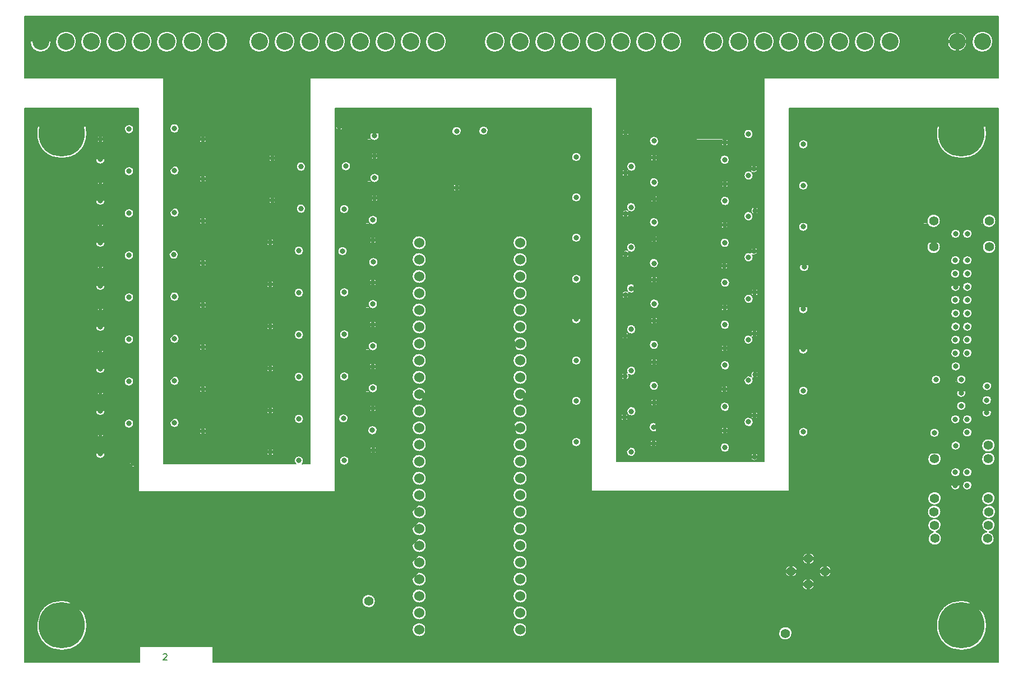
<source format=gbr>
%FSLAX23Y23*%
%MOIN*%
G04 EasyPC Gerber Version 17.0 Build 3379 *
%ADD10C,0.00500*%
%ADD20C,0.02000*%
%ADD70C,0.03200*%
%ADD19C,0.05600*%
%ADD13C,0.06000*%
%ADD76C,0.10000*%
%ADD12C,0.27500*%
X0Y0D02*
D02*
D10*
X58Y3353D02*
Y58D01*
X740*
Y153*
X1178*
Y58*
X5848*
Y3353*
X4603*
Y1077*
X3428*
Y3353*
X1903*
Y1073*
X733*
Y3353*
X58*
X129Y278D02*
G75*
G02X427I149D01*
G01*
G75*
G02X129I-149*
G01*
Y3203D02*
G75*
G02X427I149D01*
G01*
G75*
G02X129I-149*
G01*
X480Y1298D02*
G75*
G02X535I28D01*
G01*
G75*
G02X480I-28*
G01*
Y1553D02*
G75*
G02X535I28D01*
G01*
G75*
G02X480I-28*
G01*
Y1803D02*
G75*
G02X535I28D01*
G01*
G75*
G02X480I-28*
G01*
Y2053D02*
G75*
G02X535I28D01*
G01*
G75*
G02X480I-28*
G01*
Y2297D02*
G75*
G02X535I28D01*
G01*
G75*
G02X480I-28*
G01*
Y2553D02*
G75*
G02X535I28D01*
G01*
G75*
G02X480I-28*
G01*
Y2803D02*
G75*
G02X535I28D01*
G01*
G75*
G02X480I-28*
G01*
Y3048D02*
G75*
G02X535I28D01*
G01*
G75*
G02X480I-28*
G01*
X484Y1418D02*
G75*
G02X531I23D01*
G01*
G75*
G02X484I-23*
G01*
Y1668D02*
G75*
G02X531I23D01*
G01*
G75*
G02X484I-23*
G01*
Y1918D02*
G75*
G02X531I23D01*
G01*
G75*
G02X484I-23*
G01*
Y2168D02*
G75*
G02X531I23D01*
G01*
G75*
G02X484I-23*
G01*
Y2418D02*
G75*
G02X531I23D01*
G01*
G75*
G02X484I-23*
G01*
Y2668D02*
G75*
G02X531I23D01*
G01*
G75*
G02X484I-23*
G01*
Y2918D02*
G75*
G02X531I23D01*
G01*
G75*
G02X484I-23*
G01*
Y3168D02*
G75*
G02X531I23D01*
G01*
G75*
G02X484I-23*
G01*
X650Y1478D02*
G75*
G02X705I28D01*
G01*
G75*
G02X650I-28*
G01*
Y1728D02*
G75*
G02X705I28D01*
G01*
G75*
G02X650I-28*
G01*
Y1978D02*
G75*
G02X705I28D01*
G01*
G75*
G02X650I-28*
G01*
Y2228D02*
G75*
G02X705I28D01*
G01*
G75*
G02X650I-28*
G01*
Y2478D02*
G75*
G02X705I28D01*
G01*
G75*
G02X650I-28*
G01*
Y2728D02*
G75*
G02X705I28D01*
G01*
G75*
G02X650I-28*
G01*
Y2978D02*
G75*
G02X705I28D01*
G01*
G75*
G02X650I-28*
G01*
Y3228D02*
G75*
G02X705I28D01*
G01*
G75*
G02X650I-28*
G01*
X679Y1242D02*
G75*
G02X726I23D01*
G01*
G75*
G02X679I-23*
G01*
X1904Y3243D02*
G75*
G02X1951I23D01*
G01*
G75*
G02X1904I-23*
G01*
X1920Y2503D02*
G75*
G02X1975I28D01*
G01*
G75*
G02X1920I-28*
G01*
X1925Y1508D02*
G75*
G02X1980I28D01*
G01*
G75*
G02X1925I-28*
G01*
X1930Y1258D02*
G75*
G02X1985I28D01*
G01*
G75*
G02X1930I-28*
G01*
Y1758D02*
G75*
G02X1985I28D01*
G01*
G75*
G02X1930I-28*
G01*
Y2008D02*
G75*
G02X1985I28D01*
G01*
G75*
G02X1930I-28*
G01*
Y2258D02*
G75*
G02X1985I28D01*
G01*
G75*
G02X1930I-28*
G01*
Y2753D02*
G75*
G02X1985I28D01*
G01*
G75*
G02X1930I-28*
G01*
X1940Y3008D02*
G75*
G02X1995I28D01*
G01*
G75*
G02X1940I-28*
G01*
X2098Y1438D02*
G75*
G02X2153I28D01*
G01*
G75*
G02X2098I-28*
G01*
X2100Y1688D02*
G75*
G02X2155I28D01*
G01*
G75*
G02X2100I-28*
G01*
Y1938D02*
G75*
G02X2155I28D01*
G01*
G75*
G02X2100I-28*
G01*
Y2188D02*
G75*
G02X2155I28D01*
G01*
G75*
G02X2100I-28*
G01*
Y2688D02*
G75*
G02X2155I28D01*
G01*
G75*
G02X2100I-28*
G01*
X2103Y462D02*
G75*
G02Y383J-40D01*
G01*
G75*
G02Y462J40*
G01*
Y2438D02*
G75*
G02X2158I28D01*
G01*
G75*
G02X2103I-28*
G01*
X2104Y1568D02*
G75*
G02X2151I23D01*
G01*
G75*
G02X2104I-23*
G01*
Y1817D02*
G75*
G02X2151I23D01*
G01*
G75*
G02X2104I-23*
G01*
Y2067D02*
G75*
G02X2151I23D01*
G01*
G75*
G02X2104I-23*
G01*
Y2317D02*
G75*
G02X2151I23D01*
G01*
G75*
G02X2104I-23*
G01*
Y2568D02*
G75*
G02X2151I23D01*
G01*
G75*
G02X2104I-23*
G01*
X2107Y1320D02*
G75*
G02X2154I23D01*
G01*
G75*
G02X2107I-23*
G01*
X2110Y2938D02*
G75*
G02X2165I28D01*
G01*
G75*
G02X2110I-28*
G01*
Y3188D02*
G75*
G02X2165I28D01*
G01*
G75*
G02X2110I-28*
G01*
X2114Y2818D02*
G75*
G02X2161I23D01*
G01*
G75*
G02X2114I-23*
G01*
Y3068D02*
G75*
G02X2161I23D01*
G01*
G75*
G02X2114I-23*
G01*
X2403Y294D02*
G75*
G02Y211J-42D01*
G01*
G75*
G02Y294J42*
G01*
Y394D02*
G75*
G02Y311J-42D01*
G01*
G75*
G02Y394J42*
G01*
Y494D02*
G75*
G02Y411J-42D01*
G01*
G75*
G02Y494J42*
G01*
Y594D02*
G75*
G02Y511J-42D01*
G01*
G75*
G02Y594J42*
G01*
Y694D02*
G75*
G02Y611J-42D01*
G01*
G75*
G02Y694J42*
G01*
Y794D02*
G75*
G02Y711J-42D01*
G01*
G75*
G02Y794J42*
G01*
Y894D02*
G75*
G02Y811J-42D01*
G01*
G75*
G02Y894J42*
G01*
Y994D02*
G75*
G02Y911J-42D01*
G01*
G75*
G02Y994J42*
G01*
Y1094D02*
G75*
G02Y1011J-42D01*
G01*
G75*
G02Y1094J42*
G01*
Y1194D02*
G75*
G02Y1111J-42D01*
G01*
G75*
G02Y1194J42*
G01*
Y1294D02*
G75*
G02Y1211J-42D01*
G01*
G75*
G02Y1294J42*
G01*
Y1394D02*
G75*
G02Y1311J-42D01*
G01*
G75*
G02Y1394J42*
G01*
Y1494D02*
G75*
G02Y1411J-42D01*
G01*
G75*
G02Y1494J42*
G01*
Y1594D02*
G75*
G02Y1511J-42D01*
G01*
G75*
G02Y1594J42*
G01*
Y1694D02*
G75*
G02Y1611J-42D01*
G01*
G75*
G02Y1694J42*
G01*
Y1794D02*
G75*
G02Y1711J-42D01*
G01*
G75*
G02Y1794J42*
G01*
Y1894D02*
G75*
G02Y1811J-42D01*
G01*
G75*
G02Y1894J42*
G01*
Y1994D02*
G75*
G02Y1911J-42D01*
G01*
G75*
G02Y1994J42*
G01*
Y2094D02*
G75*
G02Y2011J-42D01*
G01*
G75*
G02Y2094J42*
G01*
Y2194D02*
G75*
G02Y2111J-42D01*
G01*
G75*
G02Y2194J42*
G01*
Y2294D02*
G75*
G02Y2211J-42D01*
G01*
G75*
G02Y2294J42*
G01*
Y2394D02*
G75*
G02Y2311J-42D01*
G01*
G75*
G02Y2394J42*
G01*
Y2494D02*
G75*
G02Y2411J-42D01*
G01*
G75*
G02Y2494J42*
G01*
Y2594D02*
G75*
G02Y2511J-42D01*
G01*
G75*
G02Y2594J42*
G01*
X2598Y3217D02*
G75*
G02X2653I28D01*
G01*
G75*
G02X2598I-28*
G01*
X2602Y2880D02*
G75*
G02X2649I23D01*
G01*
G75*
G02X2602I-23*
G01*
X2758Y3219D02*
G75*
G02X2813I28D01*
G01*
G75*
G02X2758I-28*
G01*
X3003Y294D02*
G75*
G02Y211J-42D01*
G01*
G75*
G02Y294J42*
G01*
Y394D02*
G75*
G02Y311J-42D01*
G01*
G75*
G02Y394J42*
G01*
Y494D02*
G75*
G02Y411J-42D01*
G01*
G75*
G02Y494J42*
G01*
Y594D02*
G75*
G02Y511J-42D01*
G01*
G75*
G02Y594J42*
G01*
Y694D02*
G75*
G02Y611J-42D01*
G01*
G75*
G02Y694J42*
G01*
Y794D02*
G75*
G02Y711J-42D01*
G01*
G75*
G02Y794J42*
G01*
Y894D02*
G75*
G02Y811J-42D01*
G01*
G75*
G02Y894J42*
G01*
Y994D02*
G75*
G02Y911J-42D01*
G01*
G75*
G02Y994J42*
G01*
Y1094D02*
G75*
G02Y1011J-42D01*
G01*
G75*
G02Y1094J42*
G01*
Y1194D02*
G75*
G02Y1111J-42D01*
G01*
G75*
G02Y1194J42*
G01*
Y1294D02*
G75*
G02Y1211J-42D01*
G01*
G75*
G02Y1294J42*
G01*
Y1394D02*
G75*
G02Y1311J-42D01*
G01*
G75*
G02Y1394J42*
G01*
Y1494D02*
G75*
G02Y1411J-42D01*
G01*
G75*
G02Y1494J42*
G01*
Y1594D02*
G75*
G02Y1511J-42D01*
G01*
G75*
G02Y1594J42*
G01*
Y1694D02*
G75*
G02Y1611J-42D01*
G01*
G75*
G02Y1694J42*
G01*
Y1794D02*
G75*
G02Y1711J-42D01*
G01*
G75*
G02Y1794J42*
G01*
Y1894D02*
G75*
G02Y1811J-42D01*
G01*
G75*
G02Y1894J42*
G01*
Y1994D02*
G75*
G02Y1911J-42D01*
G01*
G75*
G02Y1994J42*
G01*
Y2094D02*
G75*
G02Y2011J-42D01*
G01*
G75*
G02Y2094J42*
G01*
Y2194D02*
G75*
G02Y2111J-42D01*
G01*
G75*
G02Y2194J42*
G01*
Y2294D02*
G75*
G02Y2211J-42D01*
G01*
G75*
G02Y2294J42*
G01*
Y2394D02*
G75*
G02Y2311J-42D01*
G01*
G75*
G02Y2394J42*
G01*
Y2494D02*
G75*
G02Y2411J-42D01*
G01*
G75*
G02Y2494J42*
G01*
Y2594D02*
G75*
G02Y2511J-42D01*
G01*
G75*
G02Y2594J42*
G01*
X3310Y1368D02*
G75*
G02X3365I28D01*
G01*
G75*
G02X3310I-28*
G01*
Y1613D02*
G75*
G02X3365I28D01*
G01*
G75*
G02X3310I-28*
G01*
Y1853D02*
G75*
G02X3365I28D01*
G01*
G75*
G02X3310I-28*
G01*
Y2098D02*
G75*
G02X3365I28D01*
G01*
G75*
G02X3310I-28*
G01*
Y2338D02*
G75*
G02X3365I28D01*
G01*
G75*
G02X3310I-28*
G01*
Y2583D02*
G75*
G02X3365I28D01*
G01*
G75*
G02X3310I-28*
G01*
Y2823D02*
G75*
G02X3365I28D01*
G01*
G75*
G02X3310I-28*
G01*
Y3063D02*
G75*
G02X3365I28D01*
G01*
G75*
G02X3310I-28*
G01*
X4541Y231D02*
G75*
G02X4620I40D01*
G01*
G75*
G02X4541I-40*
G01*
X4580Y600D02*
G75*
G02X4651I36D01*
G01*
G75*
G02X4580I-36*
G01*
X4660Y1428D02*
G75*
G02X4715I28D01*
G01*
G75*
G02X4660I-28*
G01*
Y1673D02*
G75*
G02X4715I28D01*
G01*
G75*
G02X4660I-28*
G01*
Y1918D02*
G75*
G02X4715I28D01*
G01*
G75*
G02X4660I-28*
G01*
Y2158D02*
G75*
G02X4715I28D01*
G01*
G75*
G02X4660I-28*
G01*
Y2648D02*
G75*
G02X4715I28D01*
G01*
G75*
G02X4660I-28*
G01*
Y2893D02*
G75*
G02X4715I28D01*
G01*
G75*
G02X4660I-28*
G01*
Y3138D02*
G75*
G02X4715I28D01*
G01*
G75*
G02X4660I-28*
G01*
X4665Y2408D02*
G75*
G02X4720I28D01*
G01*
G75*
G02X4665I-28*
G01*
X4681Y522D02*
G75*
G02X4752I36D01*
G01*
G75*
G02X4681I-36*
G01*
X4683Y675D02*
G75*
G02X4754I36D01*
G01*
G75*
G02X4683I-36*
G01*
X4782Y599D02*
G75*
G02X4853I36D01*
G01*
G75*
G02X4782I-36*
G01*
X5423Y2528D02*
G75*
G02X5502I40D01*
G01*
G75*
G02X5423I-40*
G01*
Y2683D02*
G75*
G02X5502I40D01*
G01*
G75*
G02X5423I-40*
G01*
X5426Y953D02*
G75*
G02X5505I40D01*
G01*
G75*
G02X5426I-40*
G01*
X5428Y1033D02*
G75*
G02X5507I40D01*
G01*
G75*
G02X5428I-40*
G01*
Y1268D02*
G75*
G02X5507I40D01*
G01*
G75*
G02X5428I-40*
G01*
X5440Y1423D02*
G75*
G02X5495I28D01*
G01*
G75*
G02X5440I-28*
G01*
X5449Y1739D02*
G75*
G02X5504I28D01*
G01*
G75*
G02X5449I-28*
G01*
X5461Y834D02*
G75*
G02X5428Y873I6J39D01*
G01*
G75*
G02X5507I40*
G01*
G75*
G02X5476Y834I-40*
G01*
G75*
G02X5509Y795I-6J-39*
G01*
G75*
G02X5430I-40*
G01*
G75*
G02X5461Y834I40*
G01*
X5479Y278D02*
G75*
G02X5777I149D01*
G01*
G75*
G02X5479I-149*
G01*
Y3203D02*
G75*
G02X5777I149D01*
G01*
G75*
G02X5479I-149*
G01*
X5563Y2369D02*
G75*
G02X5618I28D01*
G01*
G75*
G02X5563I-28*
G01*
X5564Y1503D02*
G75*
G02X5619I28D01*
G01*
G75*
G02X5564I-28*
G01*
X5564Y2213D02*
G75*
G02X5619I28D01*
G01*
G75*
G02X5564I-28*
G01*
Y2449D02*
G75*
G02X5619I28D01*
G01*
G75*
G02X5564I-28*
G01*
X5565Y1110D02*
G75*
G02X5620I28D01*
G01*
G75*
G02X5565I-28*
G01*
Y1188D02*
G75*
G02X5620I28D01*
G01*
G75*
G02X5565I-28*
G01*
Y1897D02*
G75*
G02X5620I28D01*
G01*
G75*
G02X5565I-28*
G01*
Y1976D02*
G75*
G02X5620I28D01*
G01*
G75*
G02X5565I-28*
G01*
X5565Y2054D02*
G75*
G02X5620I28D01*
G01*
G75*
G02X5565I-28*
G01*
Y2133D02*
G75*
G02X5620I28D01*
G01*
G75*
G02X5565I-28*
G01*
Y2291D02*
G75*
G02X5620I28D01*
G01*
G75*
G02X5565I-28*
G01*
Y2606D02*
G75*
G02X5620I28D01*
G01*
G75*
G02X5565I-28*
G01*
X5566Y1347D02*
G75*
G02X5621I28D01*
G01*
G75*
G02X5566I-28*
G01*
Y1818D02*
G75*
G02X5621I28D01*
G01*
G75*
G02X5566I-28*
G01*
X5599Y1583D02*
G75*
G02X5654I28D01*
G01*
G75*
G02X5599I-28*
G01*
Y1661D02*
G75*
G02X5654I28D01*
G01*
G75*
G02X5599I-28*
G01*
Y1740D02*
G75*
G02X5654I28D01*
G01*
G75*
G02X5599I-28*
G01*
X5635Y1110D02*
G75*
G02X5690I28D01*
G01*
G75*
G02X5635I-28*
G01*
Y1188D02*
G75*
G02X5690I28D01*
G01*
G75*
G02X5635I-28*
G01*
Y1425D02*
G75*
G02X5690I28D01*
G01*
G75*
G02X5635I-28*
G01*
Y1503D02*
G75*
G02X5690I28D01*
G01*
G75*
G02X5635I-28*
G01*
Y1897D02*
G75*
G02X5690I28D01*
G01*
G75*
G02X5635I-28*
G01*
Y1976D02*
G75*
G02X5690I28D01*
G01*
G75*
G02X5635I-28*
G01*
X5635Y2054D02*
G75*
G02X5690I28D01*
G01*
G75*
G02X5635I-28*
G01*
Y2133D02*
G75*
G02X5690I28D01*
G01*
G75*
G02X5635I-28*
G01*
Y2212D02*
G75*
G02X5690I28D01*
G01*
G75*
G02X5635I-28*
G01*
Y2291D02*
G75*
G02X5690I28D01*
G01*
G75*
G02X5635I-28*
G01*
Y2369D02*
G75*
G02X5690I28D01*
G01*
G75*
G02X5635I-28*
G01*
Y2448D02*
G75*
G02X5690I28D01*
G01*
G75*
G02X5635I-28*
G01*
Y2606D02*
G75*
G02X5690I28D01*
G01*
G75*
G02X5635I-28*
G01*
X5748Y1033D02*
G75*
G02X5827I40D01*
G01*
G75*
G02X5748I-40*
G01*
Y1268D02*
G75*
G02X5827I40D01*
G01*
G75*
G02X5748I-40*
G01*
Y1348D02*
G75*
G02X5827I40D01*
G01*
G75*
G02X5748I-40*
G01*
X5751Y953D02*
G75*
G02X5830I40D01*
G01*
G75*
G02X5751I-40*
G01*
X5751Y1543D02*
G75*
G02X5806I28D01*
G01*
G75*
G02X5751I-28*
G01*
Y1617D02*
G75*
G02X5806I28D01*
G01*
G75*
G02X5751I-28*
G01*
X5752Y1700D02*
G75*
G02X5807I28D01*
G01*
G75*
G02X5752I-28*
G01*
X5753Y2528D02*
G75*
G02X5832I40D01*
G01*
G75*
G02X5753I-40*
G01*
Y2683D02*
G75*
G02X5832I40D01*
G01*
G75*
G02X5753I-40*
G01*
X5779Y834D02*
G75*
G02X5748Y873I9J38D01*
G01*
G75*
G02X5827I40*
G01*
G75*
G02X5793Y833I-40*
G01*
G75*
G02X5823Y795I-9J-38*
G01*
G75*
G02X5744I-40*
G01*
G75*
G02X5779Y834I40*
G01*
X58Y278D02*
G36*
Y231D01*
X136*
G75*
G02X129Y278I141J47*
G01*
X58*
G37*
X129D02*
G36*
G75*
G02X149Y353I149D01*
G01*
X58*
Y278*
X129*
G37*
X427D02*
G36*
G75*
G02X419Y231I-149D01*
G01*
X2367*
G75*
G02X2369Y278I35J22*
G01*
X427*
G37*
X2369D02*
G36*
G75*
G02X2403Y294I33J-25D01*
G01*
G75*
G02X2436Y278J-42*
G01*
X2969*
G75*
G02X3003Y294I33J-25*
G01*
G75*
G02X3036Y278J-42*
G01*
X5479*
G75*
G02X5499Y353I149*
G01*
X3044*
G75*
G02X3003Y311I-42*
G01*
G75*
G02X2961Y353J42*
G01*
X2444*
G75*
G02X2403Y311I-42*
G01*
G75*
G02X2361Y353J42*
G01*
X406*
G75*
G02X427Y278I-129J-75*
G01*
X2369*
G37*
X2436D02*
G36*
G75*
G02X2438Y231I-33J-25D01*
G01*
X2967*
G75*
G02X2969Y278I35J22*
G01*
X2436*
G37*
X3036D02*
G36*
G75*
G02X3038Y231I-33J-25D01*
G01*
X4541*
G75*
G02X4620I40*
G01*
X5486*
G75*
G02X5479Y278I141J47*
G01*
X3036*
G37*
X5777D02*
G36*
G75*
G02X5769Y231I-149D01*
G01*
X5848*
Y278*
X5777*
G37*
X5848D02*
G36*
Y353D01*
X5756*
G75*
G02X5777Y278I-129J-75*
G01*
X5848*
G37*
X58Y3203D02*
G36*
Y3168D01*
X133*
G75*
G02X129Y3203I145J35*
G01*
X58*
G37*
X129D02*
G36*
G75*
G02X134Y3243I149J0D01*
G01*
X58*
Y3203*
X129*
G37*
X427D02*
G36*
G75*
G02X422Y3168I-149D01*
G01*
X484*
G75*
G02X531I23*
G01*
X733*
Y3203*
X689*
G75*
G02X666I-11J25*
G01*
X427*
G37*
X666D02*
G36*
G75*
G02X650Y3228I11J25D01*
G01*
G75*
G02X654Y3243I28J0*
G01*
X421*
G75*
G02X427Y3203I-144J-40*
G01*
X666*
G37*
X733D02*
G36*
Y3243D01*
X701*
G75*
G02X705Y3228I-23J-15*
G01*
G75*
G02X689Y3203I-28*
G01*
X733*
G37*
X1903D02*
G36*
Y3168D01*
X2119*
G75*
G02X2110Y3188I19J20*
G01*
G75*
G02X2114Y3203I28J0*
G01*
X1903*
G37*
X2114D02*
G36*
G75*
G02X2161I23J-15D01*
G01*
X2603*
G75*
G02X2598Y3217I23J15*
G01*
G75*
G02X2615Y3243I28*
G01*
X1951*
G75*
G02X1904I-23*
G01*
X1903*
Y3203*
X2114*
G37*
X2161D02*
G36*
G75*
G02X2165Y3188I-23J-15D01*
G01*
G75*
G02X2156Y3168I-28*
G01*
X3428*
Y3203*
X2808*
G75*
G02X2763I-22J16*
G01*
X2649*
G75*
G02X2603I-23J15*
G01*
X2161*
G37*
X2763D02*
G36*
G75*
G02X2758Y3219I22J16D01*
G01*
G75*
G02X2772Y3243I28*
G01*
X2637*
G75*
G02X2653Y3217I-11J-25*
G01*
G75*
G02X2649Y3203I-28*
G01*
X2763*
G37*
X3428D02*
G36*
Y3243D01*
X2799*
G75*
G02X2813Y3219I-14J-24*
G01*
G75*
G02X2808Y3203I-28*
G01*
X3428*
G37*
X4603D02*
G36*
Y3168D01*
X5483*
G75*
G02X5479Y3203I145J35*
G01*
X4603*
G37*
X5479D02*
G36*
G75*
G02X5484Y3243I149J0D01*
G01*
X4603*
Y3203*
X5479*
G37*
X5777D02*
G36*
G75*
G02X5772Y3168I-149D01*
G01*
X5848*
Y3203*
X5777*
G37*
X5848D02*
G36*
Y3243D01*
X5771*
G75*
G02X5777Y3203I-144J-40*
G01*
X5848*
G37*
X58Y1298D02*
G36*
Y1242D01*
X679*
G75*
G02X726I23*
G01*
X733*
Y1298*
X535*
G75*
G02X480I-28*
G01*
X58*
G37*
X480D02*
G36*
G75*
G02X535I28D01*
G01*
X733*
Y1418*
X531*
G75*
G02X484I-23*
G01*
X58*
Y1298*
X480*
G37*
X1903D02*
G36*
Y1242D01*
X1934*
G75*
G02X1930Y1258I23J15*
G01*
G75*
G02X1985I28*
G01*
G75*
G02X1981Y1242I-28J0*
G01*
X2362*
G75*
G02X2403Y1294I40J10*
G01*
G75*
G02X2443Y1242J-42*
G01*
X2962*
G75*
G02X3003Y1294I40J10*
G01*
G75*
G02X3043Y1242J-42*
G01*
X3428*
Y1298*
X2137*
G75*
G02X2123I-7J23*
G01*
X1903*
G37*
X2123D02*
G36*
G75*
G02X2107Y1320I7J23D01*
G01*
G75*
G02X2154I23*
G01*
G75*
G02X2137Y1298I-23*
G01*
X3428*
Y1353*
X3361*
G75*
G02X3314I-23J15*
G01*
X3044*
G75*
G02X3003Y1311I-42*
G01*
G75*
G02X2961Y1353J42*
G01*
X2444*
G75*
G02X2403Y1311I-42*
G01*
G75*
G02X2361Y1353J42*
G01*
X1903*
Y1298*
X2123*
G37*
X4603D02*
G36*
Y1242D01*
X5437*
G75*
G02X5428Y1268I31J25*
G01*
G75*
G02X5442Y1298I40*
G01*
X4603*
G37*
X5442D02*
G36*
G75*
G02X5493I26J-30D01*
G01*
X5762*
G75*
G02X5813I26J-30*
G01*
X5848*
Y1353*
X5827*
G75*
G02X5827Y1348I-39J-5*
G01*
G75*
G02X5748I-40*
G01*
G75*
G02X5748Y1353I39J0*
G01*
X5621*
G75*
G02X5621Y1347I-27J-6*
G01*
G75*
G02X5566I-28*
G01*
G75*
G02X5567Y1353I27*
G01*
X4603*
Y1298*
X5442*
G37*
X5493D02*
G36*
G75*
G02X5507Y1268I-26J-30D01*
G01*
G75*
G02X5498Y1242I-40*
G01*
X5757*
G75*
G02X5748Y1268I31J25*
G01*
G75*
G02X5762Y1298I40*
G01*
X5493*
G37*
X5813D02*
G36*
G75*
G02X5827Y1268I-26J-30D01*
G01*
G75*
G02X5818Y1242I-40*
G01*
X5848*
Y1298*
X5813*
G37*
X58Y1553D02*
G36*
Y1478D01*
X650*
G75*
G02X705I28*
G01*
X733*
Y1553*
X535*
G75*
G02X480I-28*
G01*
X58*
G37*
X480D02*
G36*
G75*
G02X535I28D01*
G01*
X733*
Y1668*
X531*
G75*
G02X484I-23*
G01*
X58*
Y1553*
X480*
G37*
X1903D02*
G36*
Y1508D01*
X1925*
G75*
G02X1980I28*
G01*
X3428*
Y1553*
X3044*
G75*
G02X3003Y1511I-42*
G01*
G75*
G02X2961Y1553J42*
G01*
X2444*
G75*
G02X2403Y1511I-42*
G01*
G75*
G02X2361Y1553J42*
G01*
X2146*
G75*
G02X2109I-18J15*
G01*
X1903*
G37*
X2109D02*
G36*
G75*
G02X2104Y1568I18J15D01*
G01*
G75*
G02X2109Y1583I23*
G01*
X1903*
Y1553*
X2109*
G37*
X2361D02*
G36*
G75*
G02X2374Y1583I42D01*
G01*
X2146*
G75*
G02X2151Y1568I-18J-15*
G01*
G75*
G02X2146Y1553I-23*
G01*
X2361*
G37*
X2961D02*
G36*
G75*
G02X2974Y1583I42D01*
G01*
X2431*
G75*
G02X2444Y1553I-29J-30*
G01*
X2961*
G37*
X3428D02*
G36*
Y1583D01*
X3031*
G75*
G02X3044Y1553I-29J-30*
G01*
X3428*
G37*
X4603D02*
G36*
Y1508D01*
X5564*
G75*
G02X5618I27J-5*
G01*
X5635*
G75*
G02X5689I27J-5*
G01*
X5848*
Y1553*
X5804*
G75*
G02X5806Y1543I-26J-10*
G01*
G75*
G02X5751I-28*
G01*
G75*
G02X5753Y1553I28*
G01*
X4603*
G37*
X5753D02*
G36*
G75*
G02X5804I26J-10D01*
G01*
X5848*
Y1583*
X5654*
G75*
G02X5599I-28*
G01*
X4603*
Y1553*
X5753*
G37*
X58Y1803D02*
G36*
Y1728D01*
X650*
G75*
G02X705I28*
G01*
X733*
Y1803*
X535*
G75*
G02X480I-28*
G01*
X58*
G37*
X480D02*
G36*
G75*
G02X535I28D01*
G01*
X733*
Y1918*
X531*
G75*
G02X484I-23*
G01*
X58*
Y1803*
X480*
G37*
X1903D02*
G36*
Y1758D01*
X1930*
G75*
G02X1985I28*
G01*
X2361*
G75*
G02X2403Y1794I41J-5*
G01*
G75*
G02X2444Y1758J-42*
G01*
X2961*
G75*
G02X3003Y1794I41J-5*
G01*
G75*
G02X3044Y1758J-42*
G01*
X3428*
Y1803*
X2146*
G75*
G02X2109I-18J15*
G01*
X1903*
G37*
X2109D02*
G36*
G75*
G02X2104Y1817I18J15D01*
G01*
G75*
G02X2151I23*
G01*
G75*
G02X2146Y1803I-23*
G01*
X3428*
Y1853*
X3365*
G75*
G02X3310I-28*
G01*
X3044*
G75*
G02X3003Y1811I-42*
G01*
G75*
G02X2961Y1853J42*
G01*
X2444*
G75*
G02X2403Y1811I-42*
G01*
G75*
G02X2361Y1853J42*
G01*
X1903*
Y1803*
X2109*
G37*
X4603D02*
G36*
Y1758D01*
X5456*
G75*
G02X5496I20J-19*
G01*
X5605*
G75*
G02X5647I21J-18*
G01*
X5848*
Y1803*
X5616*
G75*
G02X5571I-22J16*
G01*
X4603*
G37*
X5571D02*
G36*
G75*
G02X5566Y1818I22J16D01*
G01*
G75*
G02X5621I28*
G01*
G75*
G02X5616Y1803I-28*
G01*
X5848*
Y1918*
X5681*
G75*
G02X5690Y1897I-18J-20*
G01*
G75*
G02X5635I-28*
G01*
G75*
G02X5644Y1918I28*
G01*
X5611*
G75*
G02X5620Y1897I-18J-20*
G01*
G75*
G02X5565I-28*
G01*
G75*
G02X5574Y1918I28*
G01*
X4715*
G75*
G02X4660I-28*
G01*
X4603*
Y1803*
X5571*
G37*
X58Y2053D02*
G36*
Y1978D01*
X650*
G75*
G02X705I28*
G01*
X733*
Y2053*
X535*
G75*
G02X480I-28*
G01*
X58*
G37*
X480D02*
G36*
G75*
G02X535I28D01*
G01*
X733*
Y2168*
X531*
G75*
G02X484I-23*
G01*
X58*
Y2053*
X480*
G37*
X1903D02*
G36*
Y2008D01*
X1930*
G75*
G02X1985I28*
G01*
X3428*
Y2053*
X3044*
G75*
G02X3003Y2011I-42*
G01*
G75*
G02X2961Y2053J42*
G01*
X2444*
G75*
G02X2403Y2011I-42*
G01*
G75*
G02X2361Y2053J42*
G01*
X2146*
G75*
G02X2109I-18J15*
G01*
X1903*
G37*
X2109D02*
G36*
G75*
G02X2104Y2067I18J15D01*
G01*
G75*
G02X2151I23*
G01*
G75*
G02X2146Y2053I-23*
G01*
X2361*
G75*
G02X2403Y2094I42*
G01*
G75*
G02X2444Y2053J-42*
G01*
X2961*
G75*
G02X3003Y2094I42*
G01*
G75*
G02X3044Y2053J-42*
G01*
X3428*
Y2098*
X3365*
G75*
G02X3310I-28*
G01*
X1903*
Y2053*
X2109*
G37*
X4603D02*
G36*
Y1978D01*
X5565*
G75*
G02X5620I27J-2*
G01*
X5635*
G75*
G02X5690I27J-2*
G01*
X5848*
Y2053*
X5690*
G75*
G02X5635I-27J2*
G01*
X5620*
G75*
G02X5566I-27J2*
G01*
X4603*
G37*
X5566D02*
G36*
G75*
G02X5565Y2054I27J2D01*
G01*
G75*
G02X5620I28*
G01*
G75*
G02X5620Y2053I-28J0*
G01*
X5635*
G75*
G02X5635Y2054I27J2*
G01*
G75*
G02X5690I28*
G01*
G75*
G02X5690Y2053I-28J0*
G01*
X5848*
Y2133*
X5690*
G75*
G02X5635I-28J0*
G01*
X5620*
G75*
G02X5565I-28*
G01*
X4700*
G75*
G02X4675I-12J25*
G01*
X4603*
Y2053*
X5566*
G37*
X58Y2297D02*
G36*
Y2228D01*
X650*
G75*
G02X705I28*
G01*
X733*
Y2297*
X535*
G75*
G02X480I-28*
G01*
X58*
G37*
X480D02*
G36*
G75*
G02X535I28D01*
G01*
X733*
Y2418*
X531*
G75*
G02X484I-23*
G01*
X58*
Y2297*
X480*
G37*
X1903D02*
G36*
Y2258D01*
X1930*
G75*
G02X1985I28*
G01*
X2361*
G75*
G02X2403Y2294I41J-5*
G01*
G75*
G02X2444Y2258J-42*
G01*
X2961*
G75*
G02X3003Y2294I41J-5*
G01*
G75*
G02X3044Y2258J-42*
G01*
X3428*
Y2297*
X2140*
G75*
G02X2115I-12J20*
G01*
X1903*
G37*
X2115D02*
G36*
G75*
G02X2104Y2317I12J20D01*
G01*
G75*
G02X2151I23*
G01*
G75*
G02X2140Y2297I-23*
G01*
X3428*
Y2353*
X3361*
G75*
G02X3365Y2338I-23J-15*
G01*
G75*
G02X3310I-28*
G01*
G75*
G02X3314Y2353I28J0*
G01*
X3044*
G75*
G02X3003Y2311I-42*
G01*
G75*
G02X2961Y2353J42*
G01*
X2444*
G75*
G02X2403Y2311I-42*
G01*
G75*
G02X2361Y2353J42*
G01*
X1903*
Y2297*
X2115*
G37*
X4603D02*
G36*
Y2228D01*
X5569*
G75*
G02X5615I23J-15*
G01*
X5640*
G75*
G02X5685I23J-16*
G01*
X5848*
Y2297*
X5689*
G75*
G02X5690Y2291I-27J-7*
G01*
G75*
G02X5635I-28*
G01*
G75*
G02X5636Y2297I28J0*
G01*
X5620*
G75*
G02X5620Y2291I-27J-6*
G01*
G75*
G02X5565I-28*
G01*
G75*
G02X5566Y2297I27J0*
G01*
X4603*
G37*
X5566D02*
G36*
G75*
G02X5620I27J-6D01*
G01*
X5636*
G75*
G02X5689I27J-7*
G01*
X5848*
Y2353*
X5684*
G75*
G02X5641I-22J17*
G01*
X5613*
G75*
G02X5568I-22J16*
G01*
X4603*
Y2297*
X5566*
G37*
X58Y2553D02*
G36*
Y2478D01*
X650*
G75*
G02X705I28*
G01*
X733*
Y2553*
X535*
G75*
G02X480I-28*
G01*
X58*
G37*
X480D02*
G36*
G75*
G02X535I28D01*
G01*
X733*
Y2668*
X531*
G75*
G02X484I-23*
G01*
X58*
Y2553*
X480*
G37*
X1903D02*
G36*
Y2478D01*
X1936*
G75*
G02X1920Y2503I11J25*
G01*
G75*
G02X1975I28*
G01*
G75*
G02X1959Y2478I-28*
G01*
X2369*
G75*
G02X2403Y2494I33J-25*
G01*
G75*
G02X2436Y2478J-42*
G01*
X2969*
G75*
G02X3003Y2494I33J-25*
G01*
G75*
G02X3036Y2478J-42*
G01*
X3428*
Y2553*
X3044*
G75*
G02X3003Y2511I-42*
G01*
G75*
G02X2961Y2553J42*
G01*
X2444*
G75*
G02X2403Y2511I-42*
G01*
G75*
G02X2361Y2553J42*
G01*
X2146*
G75*
G02X2109I-18J15*
G01*
X1903*
G37*
X2109D02*
G36*
G75*
G02X2104Y2568I18J15D01*
G01*
G75*
G02X2109Y2583I23*
G01*
X1903*
Y2553*
X2109*
G37*
X2361D02*
G36*
G75*
G02X2374Y2583I42D01*
G01*
X2146*
G75*
G02X2151Y2568I-18J-15*
G01*
G75*
G02X2146Y2553I-23*
G01*
X2361*
G37*
X2961D02*
G36*
G75*
G02X2974Y2583I42D01*
G01*
X2431*
G75*
G02X2444Y2553I-29J-30*
G01*
X2961*
G37*
X3428D02*
G36*
Y2583D01*
X3365*
G75*
G02X3310I-28*
G01*
X3031*
G75*
G02X3044Y2553I-29J-30*
G01*
X3428*
G37*
X4603D02*
G36*
Y2449D01*
X5564*
G75*
G02X5619I28*
G01*
X5635*
G75*
G02X5690I28J0*
G01*
X5848*
Y2553*
X5823*
G75*
G02X5832Y2528I-31J-25*
G01*
G75*
G02X5753I-40*
G01*
G75*
G02X5762Y2553I40*
G01*
X5493*
G75*
G02X5502Y2528I-31J-25*
G01*
G75*
G02X5423I-40*
G01*
G75*
G02X5432Y2553I40*
G01*
X4603*
G37*
X5432D02*
G36*
G75*
G02X5493I31J-25D01*
G01*
X5762*
G75*
G02X5823I31J-25*
G01*
X5848*
Y2583*
X5677*
G75*
G02X5648I-15J23*
G01*
X5608*
G75*
G02X5578I-15J23*
G01*
X4603*
Y2553*
X5432*
G37*
X58Y2803D02*
G36*
Y2728D01*
X650*
G75*
G02X705I28*
G01*
X733*
Y2803*
X535*
G75*
G02X480I-28*
G01*
X58*
G37*
X480D02*
G36*
G75*
G02X535I28D01*
G01*
X733*
Y2918*
X531*
G75*
G02X484I-23*
G01*
X58*
Y2803*
X480*
G37*
X1903D02*
G36*
Y2728D01*
X1946*
G75*
G02X1930Y2753I11J25*
G01*
G75*
G02X1985I28*
G01*
G75*
G02X1969Y2728I-28*
G01*
X3428*
Y2803*
X3356*
G75*
G02X3319I-19J20*
G01*
X2156*
G75*
G02X2119I-18J15*
G01*
X1903*
G37*
X2119D02*
G36*
G75*
G02X2114Y2818I18J15D01*
G01*
G75*
G02X2161I23*
G01*
G75*
G02X2156Y2803I-23*
G01*
X3319*
G75*
G02X3310Y2823I19J20*
G01*
G75*
G02X3365I28*
G01*
G75*
G02X3356Y2803I-28*
G01*
X3428*
Y2880*
X2649*
G75*
G02X2602I-23*
G01*
X1903*
Y2803*
X2119*
G37*
X58Y3048D02*
G36*
Y2978D01*
X650*
G75*
G02X705I28*
G01*
X733*
Y3048*
X535*
G75*
G02X480I-28*
G01*
X58*
G37*
X480D02*
G36*
G75*
G02X535I28D01*
G01*
X733*
Y3138*
X412*
G75*
G02X143I-134J65*
G01*
X58*
Y3048*
X480*
G37*
X1903D02*
G36*
Y3008D01*
X1940*
G75*
G02X1995I28*
G01*
X3428*
Y3048*
X3361*
G75*
G02X3314I-23J15*
G01*
X2150*
G75*
G02X2125I-12J20*
G01*
X1903*
G37*
X2125D02*
G36*
G75*
G02X2114Y3068I12J20D01*
G01*
G75*
G02X2161I23*
G01*
G75*
G02X2150Y3048I-23*
G01*
X3314*
G75*
G02X3310Y3063I23J15*
G01*
G75*
G02X3365I28*
G01*
G75*
G02X3361Y3048I-28J0*
G01*
X3428*
Y3168*
X2156*
G75*
G02X2119I-19J20*
G01*
X1903*
Y3048*
X2125*
G37*
X484Y1418D02*
G36*
G75*
G02X531I23D01*
G01*
X733*
Y1478*
X705*
G75*
G02X650I-28*
G01*
X58*
Y1418*
X484*
G37*
X1903D02*
G36*
Y1353D01*
X2361*
G75*
G02X2403Y1394I42*
G01*
G75*
G02X2444Y1353J-42*
G01*
X2961*
G75*
G02X3003Y1394I42*
G01*
G75*
G02X3044Y1353J-42*
G01*
X3314*
G75*
G02X3310Y1368I23J15*
G01*
G75*
G02X3365I28*
G01*
G75*
G02X3361Y1353I-28J0*
G01*
X3428*
Y1418*
X3025*
G75*
G02X3003Y1411I-22J35*
G01*
G75*
G02X2980Y1418J42*
G01*
X2425*
G75*
G02X2403Y1411I-22J35*
G01*
G75*
G02X2380Y1418J42*
G01*
X2144*
G75*
G02X2106I-19J20*
G01*
X1903*
G37*
X2106D02*
G36*
G75*
G02X2098Y1438I19J20D01*
G01*
G75*
G02X2153I28*
G01*
G75*
G02X2144Y1418I-28*
G01*
X2380*
G75*
G02X2369Y1478I22J35*
G01*
X1903*
Y1418*
X2106*
G37*
X2980D02*
G36*
G75*
G02X2969Y1478I22J35D01*
G01*
X2436*
G75*
G02X2425Y1418I-33J-25*
G01*
X2980*
G37*
X3428D02*
G36*
Y1478D01*
X3036*
G75*
G02X3025Y1418I-33J-25*
G01*
X3428*
G37*
X4603D02*
G36*
Y1353D01*
X5567*
G75*
G02X5621I27J-6*
G01*
X5748*
G75*
G02X5827I39J-5*
G01*
X5848*
Y1418*
X5689*
G75*
G02X5636I-26J8*
G01*
X5495*
G75*
G02X5440I-27J5*
G01*
X4713*
G75*
G02X4662I-26J10*
G01*
X4603*
G37*
X4662D02*
G36*
G75*
G02X4660Y1428I26J10D01*
G01*
G75*
G02X4715I28*
G01*
G75*
G02X4713Y1418I-28*
G01*
X5440*
G75*
G02X5440Y1423I27J5*
G01*
G75*
G02X5495I28*
G01*
G75*
G02X5495Y1418I-28J0*
G01*
X5636*
G75*
G02X5635Y1425I26J8*
G01*
G75*
G02X5690I28*
G01*
G75*
G02X5689Y1418I-28J0*
G01*
X5848*
Y1478*
X5673*
G75*
G02X5651I-11J25*
G01*
X5602*
G75*
G02X5580I-11J25*
G01*
X4603*
Y1418*
X4662*
G37*
X484Y1668D02*
G36*
G75*
G02X531I23D01*
G01*
X733*
Y1728*
X705*
G75*
G02X650I-28*
G01*
X58*
Y1668*
X484*
G37*
X1903D02*
G36*
Y1613D01*
X2391*
G75*
G02X2364Y1668I11J40*
G01*
X2146*
G75*
G02X2109I-19J20*
G01*
X1903*
G37*
X2109D02*
G36*
G75*
G02X2100Y1688I19J20D01*
G01*
G75*
G02X2103Y1700I28J0*
G01*
X1903*
Y1668*
X2109*
G37*
X2364D02*
G36*
G75*
G02X2403Y1694I39J-15D01*
G01*
G75*
G02X2441Y1668J-42*
G01*
X2964*
G75*
G02X3003Y1694I39J-15*
G01*
G75*
G02X3041Y1668J-42*
G01*
X3428*
Y1700*
X2152*
G75*
G02X2155Y1688I-25J-12*
G01*
G75*
G02X2146Y1668I-28*
G01*
X2364*
G37*
X2441D02*
G36*
G75*
G02X2414Y1613I-39J-15D01*
G01*
X2991*
G75*
G02X2964Y1668I11J40*
G01*
X2441*
G37*
X3041D02*
G36*
G75*
G02X3014Y1613I-39J-15D01*
G01*
X3310*
G75*
G02X3365I28*
G01*
X3428*
Y1668*
X3041*
G37*
X4603D02*
G36*
Y1613D01*
X5751*
G75*
G02X5751Y1617I27J5*
G01*
G75*
G02X5806I28*
G01*
G75*
G02X5805Y1613I-28J0*
G01*
X5848*
Y1668*
X5653*
G75*
G02X5654Y1661I-27J-6*
G01*
G75*
G02X5599I-28*
G01*
G75*
G02X5599Y1668I28J0*
G01*
X4715*
G75*
G02X4660I-27J5*
G01*
X4603*
G37*
X4660D02*
G36*
G75*
G02X4660Y1673I27J5D01*
G01*
G75*
G02X4684Y1700I28*
G01*
X4603*
Y1668*
X4660*
G37*
X5599D02*
G36*
G75*
G02X5653I27J-6D01*
G01*
X5848*
Y1700*
X5807*
G75*
G02X5752I-28*
G01*
X4691*
G75*
G02X4715Y1673I-3J-27*
G01*
G75*
G02X4715Y1668I-28J0*
G01*
X5599*
G37*
X484Y1918D02*
G36*
G75*
G02X531I23D01*
G01*
X733*
Y1978*
X705*
G75*
G02X650I-28*
G01*
X58*
Y1918*
X484*
G37*
X1903D02*
G36*
Y1853D01*
X2361*
G75*
G02X2403Y1894I42*
G01*
G75*
G02X2444Y1853J-42*
G01*
X2961*
G75*
G02X3003Y1894I42*
G01*
G75*
G02X3044Y1853J-42*
G01*
X3310*
G75*
G02X3365I28*
G01*
X3428*
Y1918*
X3025*
G75*
G02X3003Y1911I-22J35*
G01*
G75*
G02X2980Y1918J42*
G01*
X2425*
G75*
G02X2403Y1911I-22J35*
G01*
G75*
G02X2380Y1918J42*
G01*
X2146*
G75*
G02X2109I-19J20*
G01*
X1903*
G37*
X2109D02*
G36*
G75*
G02X2100Y1938I19J20D01*
G01*
G75*
G02X2155I28*
G01*
G75*
G02X2146Y1918I-28*
G01*
X2380*
G75*
G02X2369Y1978I22J35*
G01*
X1903*
Y1918*
X2109*
G37*
X2980D02*
G36*
G75*
G02X2969Y1978I22J35D01*
G01*
X2436*
G75*
G02X2425Y1918I-33J-25*
G01*
X2980*
G37*
X3428D02*
G36*
Y1978D01*
X3036*
G75*
G02X3025Y1918I-33J-25*
G01*
X3428*
G37*
X4660D02*
G36*
G75*
G02X4715I28D01*
G01*
X5574*
G75*
G02X5611I18J-20*
G01*
X5644*
G75*
G02X5681I18J-20*
G01*
X5848*
Y1978*
X5690*
G75*
G02X5690Y1976I-27J-2*
G01*
G75*
G02X5635I-28*
G01*
G75*
G02X5635Y1978I28J0*
G01*
X5620*
G75*
G02X5620Y1976I-27J-2*
G01*
G75*
G02X5565I-28*
G01*
G75*
G02X5565Y1978I28J0*
G01*
X4603*
Y1918*
X4660*
G37*
X484Y2168D02*
G36*
G75*
G02X531I23D01*
G01*
X733*
Y2228*
X705*
G75*
G02X650I-28*
G01*
X58*
Y2168*
X484*
G37*
X1903D02*
G36*
Y2133D01*
X2366*
G75*
G02X2364Y2168I37J20*
G01*
X2146*
G75*
G02X2109I-19J20*
G01*
X1903*
G37*
X2109D02*
G36*
G75*
G02X2100Y2188I19J20D01*
G01*
G75*
G02X2155I28*
G01*
G75*
G02X2146Y2168I-28*
G01*
X2364*
G75*
G02X2403Y2194I39J-15*
G01*
G75*
G02X2441Y2168J-42*
G01*
X2964*
G75*
G02X3003Y2194I39J-15*
G01*
G75*
G02X3041Y2168J-42*
G01*
X3428*
Y2228*
X3036*
G75*
G02X3003Y2211I-33J25*
G01*
G75*
G02X2969Y2228J42*
G01*
X2436*
G75*
G02X2403Y2211I-33J25*
G01*
G75*
G02X2369Y2228J42*
G01*
X1903*
Y2168*
X2109*
G37*
X2441D02*
G36*
G75*
G02X2439Y2133I-39J-15D01*
G01*
X2966*
G75*
G02X2964Y2168I37J20*
G01*
X2441*
G37*
X3041D02*
G36*
G75*
G02X3039Y2133I-39J-15D01*
G01*
X3428*
Y2168*
X3041*
G37*
X4603D02*
G36*
Y2133D01*
X4675*
G75*
G02X4660Y2158I12J25*
G01*
G75*
G02X4662Y2168I28J0*
G01*
X4603*
G37*
X4662D02*
G36*
G75*
G02X4713I26J-10D01*
G01*
X5848*
Y2228*
X5685*
G75*
G02X5690Y2212I-23J-16*
G01*
G75*
G02X5635I-28*
G01*
G75*
G02X5640Y2228I28J0*
G01*
X5615*
G75*
G02X5619Y2213I-23J-15*
G01*
G75*
G02X5564I-28*
G01*
G75*
G02X5569Y2228I28*
G01*
X4603*
Y2168*
X4662*
G37*
X4713D02*
G36*
G75*
G02X4715Y2158I-26J-10D01*
G01*
G75*
G02X4700Y2133I-28*
G01*
X5565*
G75*
G02X5620I28*
G01*
X5635*
Y2133*
G75*
G02X5690I28*
G01*
Y2133*
X5848*
Y2168*
X4713*
G37*
X484Y2418D02*
G36*
G75*
G02X531I23D01*
G01*
X733*
Y2478*
X705*
G75*
G02X650I-28*
G01*
X58*
Y2418*
X484*
G37*
X1903D02*
G36*
Y2353D01*
X2361*
G75*
G02X2403Y2394I42*
G01*
G75*
G02X2444Y2353J-42*
G01*
X2961*
G75*
G02X3003Y2394I42*
G01*
G75*
G02X3044Y2353J-42*
G01*
X3314*
G75*
G02X3361I23J-15*
G01*
X3428*
Y2418*
X3025*
G75*
G02X3003Y2411I-22J35*
G01*
G75*
G02X2980Y2418J42*
G01*
X2425*
G75*
G02X2403Y2411I-22J35*
G01*
G75*
G02X2380Y2418J42*
G01*
X2149*
G75*
G02X2111I-19J20*
G01*
X1903*
G37*
X2111D02*
G36*
G75*
G02X2103Y2438I19J20D01*
G01*
G75*
G02X2105Y2449I28*
G01*
X1903*
Y2418*
X2111*
G37*
X2380D02*
G36*
G75*
G02X2361Y2449I22J35D01*
G01*
X2155*
G75*
G02X2158Y2438I-25J-11*
G01*
G75*
G02X2149Y2418I-28*
G01*
X2380*
G37*
X2980D02*
G36*
G75*
G02X2961Y2449I22J35D01*
G01*
X2444*
G75*
G02X2425Y2418I-41J4*
G01*
X2980*
G37*
X3428D02*
G36*
Y2449D01*
X3044*
G75*
G02X3025Y2418I-41J4*
G01*
X3428*
G37*
X4603D02*
G36*
Y2353D01*
X5568*
G75*
G02X5563Y2369I22J16*
G01*
G75*
G02X5618I28*
G01*
G75*
G02X5613Y2353I-28*
G01*
X5641*
G75*
G02X5635Y2369I22J17*
G01*
G75*
G02X5690I28*
G01*
G75*
G02X5684Y2353I-28*
G01*
X5848*
Y2418*
X4718*
G75*
G02X4720Y2408I-26J-10*
G01*
G75*
G02X4665I-28*
G01*
G75*
G02X4667Y2418I28J0*
G01*
X4603*
G37*
X4667D02*
G36*
G75*
G02X4718I26J-10D01*
G01*
X5848*
Y2449*
X5690*
Y2448*
G75*
G02X5635I-28*
G01*
Y2449*
X5619*
G75*
G02X5564I-28*
G01*
X4603*
Y2418*
X4667*
G37*
X484Y2668D02*
G36*
G75*
G02X531I23D01*
G01*
X733*
Y2728*
X705*
G75*
G02X650I-28*
G01*
X58*
Y2668*
X484*
G37*
X1903D02*
G36*
Y2583D01*
X2109*
G75*
G02X2146I18J-15*
G01*
X2374*
G75*
G02X2403Y2594I29J-30*
G01*
G75*
G02X2431Y2583J-42*
G01*
X2974*
G75*
G02X3003Y2594I29J-30*
G01*
G75*
G02X3031Y2583J-42*
G01*
X3310*
G75*
G02X3365I28*
G01*
X3428*
Y2668*
X2146*
G75*
G02X2109I-19J20*
G01*
X1903*
G37*
X2109D02*
G36*
G75*
G02X2100Y2688I19J20D01*
G01*
G75*
G02X2155I28*
G01*
G75*
G02X2146Y2668I-28*
G01*
X3428*
Y2728*
X1969*
G75*
G02X1946I-11J25*
G01*
X1903*
Y2668*
X2109*
G37*
X4603D02*
G36*
Y2583D01*
X5578*
G75*
G02X5565Y2606I15J23*
G01*
G75*
G02X5620I28*
G01*
G75*
G02X5608Y2583I-28*
G01*
X5648*
G75*
G02X5635Y2606I15J23*
G01*
G75*
G02X5690I28*
G01*
G75*
G02X5677Y2583I-28*
G01*
X5848*
Y2668*
X5829*
G75*
G02X5756I-37J15*
G01*
X5499*
G75*
G02X5426I-37J15*
G01*
X4706*
G75*
G02X4715Y2648I-19J-20*
G01*
G75*
G02X4660I-28*
G01*
G75*
G02X4669Y2668I28*
G01*
X4603*
G37*
X4669D02*
G36*
G75*
G02X4706I19J-20D01*
G01*
X5426*
G75*
G02X5423Y2683I37J15*
G01*
G75*
G02X5502I40*
G01*
G75*
G02X5499Y2668I-40J0*
G01*
X5756*
G75*
G02X5753Y2683I37J15*
G01*
G75*
G02X5832I40*
G01*
G75*
G02X5829Y2668I-40J0*
G01*
X5848*
Y2880*
X4712*
G75*
G02X4663I-25J12*
G01*
X4603*
Y2668*
X4669*
G37*
X484Y2918D02*
G36*
G75*
G02X531I23D01*
G01*
X733*
Y2978*
X705*
G75*
G02X650I-28*
G01*
X58*
Y2918*
X484*
G37*
X1903D02*
G36*
Y2880D01*
X2602*
G75*
G02X2649I23*
G01*
X3428*
Y2918*
X2156*
G75*
G02X2119I-19J20*
G01*
X1903*
G37*
X2119D02*
G36*
G75*
G02X2110Y2938I19J20D01*
G01*
G75*
G02X2165I28*
G01*
G75*
G02X2156Y2918I-28*
G01*
X3428*
Y3008*
X1995*
G75*
G02X1940I-28*
G01*
X1903*
Y2918*
X2119*
G37*
X4603D02*
G36*
Y2880D01*
X4663*
G75*
G02X4660Y2893I25J12*
G01*
G75*
G02X4676Y2918I28*
G01*
X4603*
G37*
X4676D02*
G36*
G75*
G02X4699I11J-25D01*
G01*
X5848*
Y3138*
X5762*
G75*
G02X5493I-134J65*
G01*
X4715*
G75*
G02X4660I-28*
G01*
X4603*
Y2918*
X4676*
G37*
X4699D02*
G36*
G75*
G02X4715Y2893I-11J-25D01*
G01*
G75*
G02X4712Y2880I-28*
G01*
X5848*
Y2918*
X4699*
G37*
X58Y3168D02*
G36*
Y3138D01*
X143*
G75*
G02X133Y3168I134J65*
G01*
X58*
G37*
X422D02*
G36*
G75*
G02X412Y3138I-145J35D01*
G01*
X733*
Y3168*
X531*
G75*
G02X484I-23*
G01*
X422*
G37*
X4603D02*
G36*
Y3138D01*
X4660*
G75*
G02X4715I28*
G01*
X5493*
G75*
G02X5483Y3168I134J65*
G01*
X4603*
G37*
X5772D02*
G36*
G75*
G02X5762Y3138I-145J35D01*
G01*
X5848*
Y3168*
X5772*
G37*
X2369Y1478D02*
G36*
G75*
G02X2403Y1494I33J-25D01*
G01*
G75*
G02X2436Y1478J-42*
G01*
X2969*
G75*
G02X3003Y1494I33J-25*
G01*
G75*
G02X3036Y1478J-42*
G01*
X3428*
Y1508*
X1980*
G75*
G02X1925I-28*
G01*
X1903*
Y1478*
X2369*
G37*
X5580D02*
G36*
G75*
G02X5564Y1503I11J25D01*
G01*
G75*
G02X5564Y1508I28J0*
G01*
X4603*
Y1478*
X5580*
G37*
X5651D02*
G36*
G75*
G02X5635Y1503I11J25D01*
G01*
G75*
G02X5635Y1508I28J0*
G01*
X5618*
G75*
G02X5619Y1503I-27J-5*
G01*
G75*
G02X5602Y1478I-28*
G01*
X5651*
G37*
X5848D02*
G36*
Y1508D01*
X5689*
G75*
G02X5690Y1503I-27J-5*
G01*
G75*
G02X5673Y1478I-28*
G01*
X5848*
G37*
X1903Y1728D02*
G36*
Y1700D01*
X2103*
G75*
G02X2152I25J-12*
G01*
X3428*
Y1728*
X3036*
G75*
G02X3003Y1711I-33J25*
G01*
G75*
G02X2969Y1728J42*
G01*
X2436*
G75*
G02X2403Y1711I-33J25*
G01*
G75*
G02X2369Y1728J42*
G01*
X1903*
G37*
X2369D02*
G36*
G75*
G02X2361Y1758I33J25D01*
G01*
X1985*
G75*
G02X1930I-28*
G01*
X1903*
Y1728*
X2369*
G37*
X2969D02*
G36*
G75*
G02X2961Y1758I33J25D01*
G01*
X2444*
G75*
G02X2436Y1728I-41J-5*
G01*
X2969*
G37*
X3428D02*
G36*
Y1758D01*
X3044*
G75*
G02X3036Y1728I-41J-5*
G01*
X3428*
G37*
X4603D02*
G36*
Y1700D01*
X4684*
G75*
G02X4691I3J-27*
G01*
X5752*
G75*
G02X5807I28*
G01*
X5848*
Y1728*
X5651*
G75*
G02X5602I-25J12*
G01*
X5502*
G75*
G02X5451I-25J11*
G01*
X4603*
G37*
X5451D02*
G36*
G75*
G02X5449Y1739I25J11D01*
G01*
G75*
G02X5456Y1758I28*
G01*
X4603*
Y1728*
X5451*
G37*
X5602D02*
G36*
G75*
G02X5599Y1740I25J12D01*
G01*
G75*
G02X5605Y1758I28*
G01*
X5496*
G75*
G02X5504Y1739I-20J-19*
G01*
G75*
G02X5502Y1728I-28J0*
G01*
X5602*
G37*
X5848D02*
G36*
Y1758D01*
X5647*
G75*
G02X5654Y1740I-21J-18*
G01*
G75*
G02X5651Y1728I-28J0*
G01*
X5848*
G37*
X2369Y1978D02*
G36*
G75*
G02X2403Y1994I33J-25D01*
G01*
G75*
G02X2436Y1978J-42*
G01*
X2969*
G75*
G02X3003Y1994I33J-25*
G01*
G75*
G02X3036Y1978J-42*
G01*
X3428*
Y2008*
X1985*
G75*
G02X1930I-28*
G01*
X1903*
Y1978*
X2369*
G37*
Y2228D02*
G36*
G75*
G02X2361Y2258I33J25D01*
G01*
X1985*
G75*
G02X1930I-28*
G01*
X1903*
Y2228*
X2369*
G37*
X2969D02*
G36*
G75*
G02X2961Y2258I33J25D01*
G01*
X2444*
G75*
G02X2436Y2228I-41J-5*
G01*
X2969*
G37*
X3428D02*
G36*
Y2258D01*
X3044*
G75*
G02X3036Y2228I-41J-5*
G01*
X3428*
G37*
X1903Y2478D02*
G36*
Y2449D01*
X2105*
G75*
G02X2155I25J-11*
G01*
X2361*
G75*
G02X2369Y2478I41J4*
G01*
X1959*
G75*
G02X1936I-11J25*
G01*
X1903*
G37*
X2436D02*
G36*
G75*
G02X2444Y2449I-33J-25D01*
G01*
X2961*
G75*
G02X2969Y2478I41J4*
G01*
X2436*
G37*
X3036D02*
G36*
G75*
G02X3044Y2449I-33J-25D01*
G01*
X3428*
Y2478*
X3036*
G37*
X58Y1242D02*
G36*
Y1053D01*
X2361*
G75*
G02X2403Y1094I42*
G01*
G75*
G02X2444Y1053J-42*
G01*
X2961*
G75*
G02X3003Y1094I42*
G01*
G75*
G02X3044Y1053J-42*
G01*
X5433*
G75*
G02X5502I34J-20*
G01*
X5753*
G75*
G02X5822I34J-20*
G01*
X5848*
Y1110*
X5690*
G75*
G02X5635I-28*
G01*
X5620*
G75*
G02X5565I-28*
G01*
X4603*
Y1077*
X3428*
Y1153*
X3044*
G75*
G02X3003Y1111I-42*
G01*
G75*
G02X2961Y1153J42*
G01*
X2444*
G75*
G02X2403Y1111I-42*
G01*
G75*
G02X2361Y1153J42*
G01*
X1903*
Y1073*
X733*
Y1242*
X726*
G75*
G02X679I-23*
G01*
X58*
G37*
X1903D02*
G36*
Y1188D01*
X2381*
G75*
G02X2403Y1194I21J-36*
G01*
G75*
G02X2424Y1188J-42*
G01*
X2981*
G75*
G02X3003Y1194I21J-36*
G01*
G75*
G02X3024Y1188J-42*
G01*
X3428*
Y1242*
X3043*
G75*
G02X3003Y1211I-40J10*
G01*
G75*
G02X2962Y1242J42*
G01*
X2443*
G75*
G02X2403Y1211I-40J10*
G01*
G75*
G02X2362Y1242J42*
G01*
X1981*
G75*
G02X1934I-23J15*
G01*
X1903*
G37*
X4603D02*
G36*
Y1188D01*
X5565*
G75*
G02X5620I28*
G01*
X5635*
G75*
G02X5690I28*
G01*
X5848*
Y1242*
X5818*
G75*
G02X5757I-31J25*
G01*
X5498*
G75*
G02X5437I-31J25*
G01*
X4603*
G37*
X134Y3243D02*
G36*
G75*
G02X421I144J-40D01*
G01*
X654*
G75*
G02X701I23J-15*
G01*
X733*
Y3353*
X58*
Y3243*
X134*
G37*
X1904D02*
G36*
G75*
G02X1951I23D01*
G01*
X2615*
G75*
G02X2637I11J-25*
G01*
X2772*
G75*
G02X2799I14J-24*
G01*
X3428*
Y3353*
X1903*
Y3243*
X1904*
G37*
X5484D02*
G36*
G75*
G02X5771I144J-40D01*
G01*
X5848*
Y3353*
X4603*
Y3243*
X5484*
G37*
X58Y423D02*
G36*
Y353D01*
X149*
G75*
G02X243Y423I129J-75*
G01*
X58*
G37*
X243D02*
G36*
G75*
G02X312I34J-145D01*
G01*
X2063*
G75*
G02X2103Y462I40*
G01*
G75*
G02X2142Y423J-40*
G01*
X2374*
G75*
G02X2403Y494I29J30*
G01*
G75*
G02X2431Y423J-42*
G01*
X2974*
G75*
G02X3003Y494I29J30*
G01*
G75*
G02X3031Y423J-42*
G01*
X5593*
G75*
G02X5662I34J-145*
G01*
X5848*
Y553*
X4735*
G75*
G02X4752Y522I-19J-30*
G01*
G75*
G02X4681I-36*
G01*
G75*
G02X4698Y553I36*
G01*
X3044*
G75*
G02X3003Y511I-42*
G01*
G75*
G02X2961Y553J42*
G01*
X2444*
G75*
G02X2403Y511I-42*
G01*
G75*
G02X2361Y553J42*
G01*
X58*
Y423*
X243*
G37*
X312D02*
G36*
G75*
G02X406Y353I-34J-145D01*
G01*
X2361*
G75*
G02X2403Y394I42*
G01*
G75*
G02X2444Y353J-42*
G01*
X2961*
G75*
G02X3003Y394I42*
G01*
G75*
G02X3044Y353J-42*
G01*
X5499*
G75*
G02X5593Y423I129J-75*
G01*
X3031*
G75*
G02X3003Y411I-29J30*
G01*
G75*
G02X2974Y423J42*
G01*
X2431*
G75*
G02X2403Y411I-29J30*
G01*
G75*
G02X2374Y423J42*
G01*
X2142*
G75*
G02X2103Y383I-40*
G01*
G75*
G02X2063Y423J40*
G01*
X312*
G37*
X5662D02*
G36*
G75*
G02X5756Y353I-34J-145D01*
G01*
X5848*
Y423*
X5662*
G37*
X2361Y553D02*
G36*
G75*
G02X2403Y594I42D01*
G01*
G75*
G02X2444Y553J-42*
G01*
X2961*
G75*
G02X3003Y594I42*
G01*
G75*
G02X3044Y553J-42*
G01*
X4698*
G75*
G02X4735I19J-30*
G01*
X5848*
Y600*
X4853*
G75*
G02X4853Y599I-35J-1*
G01*
G75*
G02X4782I-36*
G01*
G75*
G02X4782Y600I35J0*
G01*
X4651*
G75*
G02X4580I-36*
G01*
X58*
Y553*
X2361*
G37*
X58Y653D02*
G36*
Y600D01*
X4580*
G75*
G02X4651I36*
G01*
X4782*
G75*
G02X4853I35J-1*
G01*
X5848*
Y653*
X4746*
G75*
G02X4690I-28J22*
G01*
X3044*
G75*
G02X3003Y611I-42*
G01*
G75*
G02X2961Y653J42*
G01*
X2444*
G75*
G02X2403Y611I-42*
G01*
G75*
G02X2361Y653J42*
G01*
X58*
G37*
X2361D02*
G36*
G75*
G02X2403Y694I42D01*
G01*
G75*
G02X2444Y653J-42*
G01*
X2961*
G75*
G02X3003Y694I42*
G01*
G75*
G02X3044Y653J-42*
G01*
X4690*
G75*
G02X4683Y675I28J22*
G01*
G75*
G02X4754I36*
G01*
G75*
G02X4746Y653I-36*
G01*
X5848*
Y753*
X3044*
G75*
G02X3003Y711I-42*
G01*
G75*
G02X2961Y753J42*
G01*
X2444*
G75*
G02X2403Y711I-42*
G01*
G75*
G02X2361Y753J42*
G01*
X58*
Y653*
X2361*
G37*
Y753D02*
G36*
G75*
G02X2403Y794I42D01*
G01*
G75*
G02X2444Y753J-42*
G01*
X2961*
G75*
G02X3003Y794I42*
G01*
G75*
G02X3044Y753J-42*
G01*
X5848*
Y853*
X5822*
G75*
G02X5793Y833I-34J20*
G01*
G75*
G02X5823Y795I-9J-38*
G01*
G75*
G02X5744I-40*
G01*
G75*
G02X5779Y834I40*
G01*
G75*
G02X5753Y853I9J38*
G01*
X5502*
G75*
G02X5476Y834I-34J20*
G01*
G75*
G02X5509Y795I-6J-39*
G01*
G75*
G02X5430I-40*
G01*
G75*
G02X5461Y834I40*
G01*
G75*
G02X5433Y853I6J39*
G01*
X3044*
G75*
G02X3003Y811I-42*
G01*
G75*
G02X2961Y853J42*
G01*
X2444*
G75*
G02X2403Y811I-42*
G01*
G75*
G02X2361Y853J42*
G01*
X58*
Y753*
X2361*
G37*
Y853D02*
G36*
G75*
G02X2403Y894I42D01*
G01*
G75*
G02X2444Y853J-42*
G01*
X2961*
G75*
G02X3003Y894I42*
G01*
G75*
G02X3044Y853J-42*
G01*
X5433*
G75*
G02X5428Y873I34J20*
G01*
G75*
G02X5507I40*
G01*
G75*
G02X5502Y853I-40*
G01*
X5753*
G75*
G02X5748Y873I34J20*
G01*
G75*
G02X5827I40*
G01*
G75*
G02X5822Y853I-40J0*
G01*
X5848*
Y953*
X5830*
G75*
G02X5751I-40*
G01*
X5505*
G75*
G02X5426I-40*
G01*
X3044*
G75*
G02X3003Y911I-42*
G01*
G75*
G02X2961Y953J42*
G01*
X2444*
G75*
G02X2403Y911I-42*
G01*
G75*
G02X2361Y953J42*
G01*
X58*
Y853*
X2361*
G37*
Y953D02*
G36*
G75*
G02X2403Y994I42D01*
G01*
G75*
G02X2444Y953J-42*
G01*
X2961*
G75*
G02X3003Y994I42*
G01*
G75*
G02X3044Y953J-42*
G01*
X5426*
G75*
G02X5505I40*
G01*
X5751*
G75*
G02X5830I40*
G01*
X5848*
Y1053*
X5822*
G75*
G02X5827Y1033I-34J-20*
G01*
G75*
G02X5748I-40*
G01*
G75*
G02X5753Y1053I40*
G01*
X5502*
G75*
G02X5507Y1033I-34J-20*
G01*
G75*
G02X5428I-40*
G01*
G75*
G02X5433Y1053I40*
G01*
X3044*
G75*
G02X3003Y1011I-42*
G01*
G75*
G02X2961Y1053J42*
G01*
X2444*
G75*
G02X2403Y1011I-42*
G01*
G75*
G02X2361Y1053J42*
G01*
X58*
Y953*
X2361*
G37*
Y1153D02*
G36*
G75*
G02X2381Y1188I42D01*
G01*
X1903*
Y1153*
X2361*
G37*
X2961D02*
G36*
G75*
G02X2981Y1188I42D01*
G01*
X2424*
G75*
G02X2444Y1153I-21J-36*
G01*
X2961*
G37*
X3428D02*
G36*
Y1188D01*
X3024*
G75*
G02X3044Y1153I-21J-36*
G01*
X3428*
G37*
X1903Y1613D02*
G36*
Y1583D01*
X2109*
G75*
G02X2146I18J-15*
G01*
X2374*
G75*
G02X2403Y1594I29J-30*
G01*
G75*
G02X2431Y1583J-42*
G01*
X2974*
G75*
G02X3003Y1594I29J-30*
G01*
G75*
G02X3031Y1583J-42*
G01*
X3428*
Y1613*
X3365*
G75*
G02X3310I-28*
G01*
X3014*
G75*
G02X3003Y1611I-11J40*
G01*
G75*
G02X2991Y1613J42*
G01*
X2414*
G75*
G02X2403Y1611I-11J40*
G01*
G75*
G02X2391Y1613J42*
G01*
X1903*
G37*
X4603D02*
G36*
Y1583D01*
X5599*
G75*
G02X5654I28*
G01*
X5848*
Y1613*
X5805*
G75*
G02X5751I-27J5*
G01*
X4603*
G37*
X3310Y2098D02*
G36*
G75*
G02X3365I28D01*
G01*
X3428*
Y2133*
X3039*
G75*
G02X3003Y2111I-37J20*
G01*
G75*
G02X2966Y2133J42*
G01*
X2439*
G75*
G02X2403Y2111I-37J20*
G01*
G75*
G02X2366Y2133J42*
G01*
X1903*
Y2098*
X3310*
G37*
X58Y231D02*
G36*
Y58D01*
X740*
Y153*
X1178*
Y58*
X5848*
Y231*
X5769*
G75*
G02X5486I-141J47*
G01*
X4620*
G75*
G02X4541I-40*
G01*
X3038*
G75*
G02X3003Y211I-35J22*
G01*
G75*
G02X2967Y231J42*
G01*
X2438*
G75*
G02X2403Y211I-35J22*
G01*
G75*
G02X2367Y231J42*
G01*
X419*
G75*
G02X136I-141J47*
G01*
X58*
G37*
X5565Y1110D02*
G36*
G75*
G02X5620I28D01*
G01*
X5635*
G75*
G02X5690I28*
G01*
X5848*
Y1188*
X5690*
G75*
G02X5635I-28*
G01*
X5620*
G75*
G02X5565I-28*
G01*
X4603*
Y1110*
X5565*
G37*
X58Y3533D02*
X883D01*
Y1238*
X1669*
G75*
G02X1688Y1285I19J20*
G01*
G75*
G02X1706Y1238J-28*
G01*
X1753*
Y3533*
X3578*
Y1252*
X4453*
Y3533*
X5848*
Y3898*
X58*
Y3533*
X91Y3748D02*
G75*
G02X214I62D01*
G01*
G75*
G02X91I-62*
G01*
X241D02*
G75*
G02X364I62D01*
G01*
G75*
G02X241I-62*
G01*
X391D02*
G75*
G02X514I62D01*
G01*
G75*
G02X391I-62*
G01*
X541D02*
G75*
G02X664I62D01*
G01*
G75*
G02X541I-62*
G01*
X691D02*
G75*
G02X814I62D01*
G01*
G75*
G02X691I-62*
G01*
X841D02*
G75*
G02X964I62D01*
G01*
G75*
G02X841I-62*
G01*
X943Y2455D02*
G75*
G02Y2510J28D01*
G01*
G75*
G02Y2455J-28*
G01*
X948Y1455D02*
G75*
G02Y1510J28D01*
G01*
G75*
G02Y1455J-28*
G01*
Y1705D02*
G75*
G02Y1760J28D01*
G01*
G75*
G02Y1705J-28*
G01*
Y1955D02*
G75*
G02Y2010J28D01*
G01*
G75*
G02Y1955J-28*
G01*
Y2205D02*
G75*
G02Y2260J28D01*
G01*
G75*
G02Y2205J-28*
G01*
Y2705D02*
G75*
G02Y2760J28D01*
G01*
G75*
G02Y2705J-28*
G01*
Y2955D02*
G75*
G02Y3010J28D01*
G01*
G75*
G02Y2955J-28*
G01*
Y3205D02*
G75*
G02Y3260J28D01*
G01*
G75*
G02Y3205J-28*
G01*
X991Y3748D02*
G75*
G02X1114I62D01*
G01*
G75*
G02X991I-62*
G01*
X1117Y1409D02*
G75*
G02Y1456J23D01*
G01*
G75*
G02Y1409J-23*
G01*
Y1659D02*
G75*
G02Y1706J23D01*
G01*
G75*
G02Y1659J-23*
G01*
Y1909D02*
G75*
G02Y1956J23D01*
G01*
G75*
G02Y1909J-23*
G01*
Y2159D02*
G75*
G02Y2206J23D01*
G01*
G75*
G02Y2159J-23*
G01*
Y2409D02*
G75*
G02Y2456J23D01*
G01*
G75*
G02Y2409J-23*
G01*
Y2659D02*
G75*
G02Y2706J23D01*
G01*
G75*
G02Y2659J-23*
G01*
Y2909D02*
G75*
G02Y2956J23D01*
G01*
G75*
G02Y2909J-23*
G01*
Y3144D02*
G75*
G02Y3191J23D01*
G01*
G75*
G02Y3144J-23*
G01*
X1141Y3748D02*
G75*
G02X1264I62D01*
G01*
G75*
G02X1141I-62*
G01*
X1391D02*
G75*
G02X1514I62D01*
G01*
G75*
G02X1391I-62*
G01*
X1518Y1331D02*
G75*
G02Y1284J-23D01*
G01*
G75*
G02Y1331J23*
G01*
Y1579D02*
G75*
G02Y1532J-23D01*
G01*
G75*
G02Y1579J23*
G01*
Y1829D02*
G75*
G02Y1782J-23D01*
G01*
G75*
G02Y1829J23*
G01*
Y2079D02*
G75*
G02Y2031J-23D01*
G01*
G75*
G02Y2079J23*
G01*
Y2329D02*
G75*
G02Y2282J-23D01*
G01*
G75*
G02Y2329J23*
G01*
Y2579D02*
G75*
G02Y2532J-23D01*
G01*
G75*
G02Y2579J23*
G01*
X1530Y2829D02*
G75*
G02Y2782J-23D01*
G01*
G75*
G02Y2829J23*
G01*
Y3079D02*
G75*
G02Y3032J-23D01*
G01*
G75*
G02Y3079J23*
G01*
X1541Y3748D02*
G75*
G02X1664I62D01*
G01*
G75*
G02X1541I-62*
G01*
X1688Y1533D02*
G75*
G02Y1478J-28D01*
G01*
G75*
G02Y1533J28*
G01*
Y1783D02*
G75*
G02Y1728J-28D01*
G01*
G75*
G02Y1783J28*
G01*
Y2033D02*
G75*
G02Y1978J-28D01*
G01*
G75*
G02Y2033J28*
G01*
Y2283D02*
G75*
G02Y2228J-28D01*
G01*
G75*
G02Y2283J28*
G01*
Y2533D02*
G75*
G02Y2478J-28D01*
G01*
G75*
G02Y2533J28*
G01*
X1691Y3748D02*
G75*
G02X1814I62D01*
G01*
G75*
G02X1691I-62*
G01*
X1700Y2783D02*
G75*
G02Y2728J-28D01*
G01*
G75*
G02Y2783J28*
G01*
Y3033D02*
G75*
G02Y2978J-28D01*
G01*
G75*
G02Y3033J28*
G01*
X1841Y3748D02*
G75*
G02X1964I62D01*
G01*
G75*
G02X1841I-62*
G01*
X1991D02*
G75*
G02X2114I62D01*
G01*
G75*
G02X1991I-62*
G01*
X2141D02*
G75*
G02X2264I62D01*
G01*
G75*
G02X2141I-62*
G01*
X2291D02*
G75*
G02X2414I62D01*
G01*
G75*
G02X2291I-62*
G01*
X2441D02*
G75*
G02X2564I62D01*
G01*
G75*
G02X2441I-62*
G01*
X2791D02*
G75*
G02X2914I62D01*
G01*
G75*
G02X2791I-62*
G01*
X2941D02*
G75*
G02X3064I62D01*
G01*
G75*
G02X2941I-62*
G01*
X3091D02*
G75*
G02X3214I62D01*
G01*
G75*
G02X3091I-62*
G01*
X3241D02*
G75*
G02X3364I62D01*
G01*
G75*
G02X3241I-62*
G01*
X3391D02*
G75*
G02X3514I62D01*
G01*
G75*
G02X3391I-62*
G01*
X3541D02*
G75*
G02X3664I62D01*
G01*
G75*
G02X3541I-62*
G01*
X3624Y1539D02*
G75*
G02Y1492J-23D01*
G01*
G75*
G02Y1539J23*
G01*
X3627Y2024D02*
G75*
G02Y1977J-23D01*
G01*
G75*
G02Y2024J23*
G01*
X3629Y2991D02*
G75*
G02Y2944J-23D01*
G01*
G75*
G02Y2991J23*
G01*
X3631Y3233D02*
G75*
G02Y3186J-23D01*
G01*
G75*
G02Y3233J23*
G01*
X3641Y1777D02*
G75*
G02X3664Y1820I23J15D01*
G01*
G75*
G02Y1765J-28*
G01*
G75*
G02X3647Y1771J27*
G01*
G75*
G02X3627Y1735I-20J-13*
G01*
G75*
G02Y1782J23*
G01*
G75*
G02X3641Y1777J-23*
G01*
X3642Y2264D02*
G75*
G02X3663Y2309I21J18D01*
G01*
G75*
G02Y2254J-28*
G01*
G75*
G02X3648Y2259J28*
G01*
G75*
G02X3629Y2220I-18J-15*
G01*
G75*
G02Y2267J23*
G01*
G75*
G02X3642Y2264J-23*
G01*
X3643Y2506D02*
G75*
G02X3663Y2552I20J19D01*
G01*
G75*
G02Y2497J-28*
G01*
G75*
G02X3648Y2502J27*
G01*
G75*
G02X3631Y2463I-18J-16*
G01*
G75*
G02Y2510J23*
G01*
G75*
G02X3643Y2506I0J-23*
G01*
Y2746D02*
G75*
G02X3663Y2792I20J19D01*
G01*
G75*
G02Y2737J-28*
G01*
G75*
G02X3648Y2741J27*
G01*
G75*
G02X3631Y2702I-18J-16*
G01*
G75*
G02Y2749J23*
G01*
G75*
G02X3643Y2746I0J-23*
G01*
X3663Y1338D02*
G75*
G02Y1283J-28D01*
G01*
G75*
G02Y1338J28*
G01*
X3664Y2066D02*
G75*
G02Y2011J-28D01*
G01*
G75*
G02Y2066J28*
G01*
X3665Y1579D02*
G75*
G02Y1524J-28D01*
G01*
G75*
G02Y1579J28*
G01*
Y3033D02*
G75*
G02Y2978J-28D01*
G01*
G75*
G02Y3033J28*
G01*
X3691Y3748D02*
G75*
G02X3814I62D01*
G01*
G75*
G02X3691I-62*
G01*
X3797Y1384D02*
G75*
G02Y1337J-23D01*
G01*
G75*
G02Y1384J23*
G01*
X3798Y1484D02*
G75*
G02Y1429J-28D01*
G01*
G75*
G02Y1484J28*
G01*
X3799Y1627D02*
G75*
G02Y1580J-23D01*
G01*
G75*
G02Y1627J23*
G01*
Y1730D02*
G75*
G02Y1675J-28D01*
G01*
G75*
G02Y1730J28*
G01*
Y1974D02*
G75*
G02Y1919J-28D01*
G01*
G75*
G02Y1974J28*
G01*
Y2459D02*
G75*
G02Y2404J-28D01*
G01*
G75*
G02Y2459J28*
G01*
Y2598D02*
G75*
G02Y2551J-23D01*
G01*
G75*
G02Y2598J23*
G01*
Y2838D02*
G75*
G02Y2791J-23D01*
G01*
G75*
G02Y2838J23*
G01*
Y3081D02*
G75*
G02Y3034J-23D01*
G01*
G75*
G02Y3081J23*
G01*
X3800Y1867D02*
G75*
G02Y1820J-23D01*
G01*
G75*
G02Y1867J23*
G01*
Y2113D02*
G75*
G02Y2066J-23D01*
G01*
G75*
G02Y2113J23*
G01*
Y2357D02*
G75*
G02Y2310J-23D01*
G01*
G75*
G02Y2357J23*
G01*
Y2702D02*
G75*
G02Y2647J-28D01*
G01*
G75*
G02Y2702J28*
G01*
Y2939D02*
G75*
G02Y2884J-28D01*
G01*
G75*
G02Y2939J28*
G01*
Y3185D02*
G75*
G02Y3130J-28D01*
G01*
G75*
G02Y3185J28*
G01*
X3802Y2218D02*
G75*
G02Y2163J-28D01*
G01*
G75*
G02Y2218J28*
G01*
X3841Y3748D02*
G75*
G02X3964I62D01*
G01*
G75*
G02X3841I-62*
G01*
X4091D02*
G75*
G02X4214I62D01*
G01*
G75*
G02X4091I-62*
G01*
X4218Y1659D02*
G75*
G02Y1706J23D01*
G01*
G75*
G02Y1659J-23*
G01*
Y2391D02*
G75*
G02Y2438J23D01*
G01*
G75*
G02Y2391J-23*
G01*
X4220Y1413D02*
G75*
G02Y1460J23D01*
G01*
G75*
G02Y1413J-23*
G01*
Y1902D02*
G75*
G02Y1949J23D01*
G01*
G75*
G02Y1902J-23*
G01*
Y2144D02*
G75*
G02Y2191J23D01*
G01*
G75*
G02Y2144J-23*
G01*
Y2525D02*
G75*
G02Y2580J28D01*
G01*
G75*
G02Y2525J-28*
G01*
Y2635D02*
G75*
G02Y2682J23D01*
G01*
G75*
G02Y2635J-23*
G01*
Y3019D02*
G75*
G02Y3074J28D01*
G01*
G75*
G02Y3019J-28*
G01*
X4221Y1308D02*
G75*
G02Y1363J28D01*
G01*
G75*
G02Y1308J-28*
G01*
Y1550D02*
G75*
G02Y1605J28D01*
G01*
G75*
G02Y1550J-28*
G01*
Y2038D02*
G75*
G02Y2093J28D01*
G01*
G75*
G02Y2038J-28*
G01*
Y3124D02*
G75*
G02Y3171J23D01*
G01*
G75*
G02Y3124J-23*
G01*
X4222Y1797D02*
G75*
G02Y1852J28D01*
G01*
G75*
G02Y1797J-28*
G01*
Y2288D02*
G75*
G02Y2343J28D01*
G01*
G75*
G02Y2288J-28*
G01*
Y2774D02*
G75*
G02Y2829J28D01*
G01*
G75*
G02Y2774J-28*
G01*
Y2878D02*
G75*
G02Y2925J23D01*
G01*
G75*
G02Y2878J-23*
G01*
X4241Y3748D02*
G75*
G02X4364I62D01*
G01*
G75*
G02X4241I-62*
G01*
X4361Y2683D02*
G75*
G02Y2738J28D01*
G01*
G75*
G02Y2683J-28*
G01*
Y3172D02*
G75*
G02Y3227J28D01*
G01*
G75*
G02Y3172J-28*
G01*
X4362Y1460D02*
G75*
G02Y1515J28D01*
G01*
G75*
G02Y1460J-28*
G01*
Y2192D02*
G75*
G02Y2247J28D01*
G01*
G75*
G02Y2192J-28*
G01*
X4374Y2491D02*
G75*
G02X4394Y2526I21J11D01*
G01*
G75*
G02Y2479J-23*
G01*
G75*
G02X4385Y2481I0J23*
G01*
G75*
G02X4362Y2439I-23J-15*
G01*
G75*
G02Y2494J28*
G01*
G75*
G02X4374Y2491I0J-27*
G01*
X4377Y1999D02*
G75*
G02X4396Y2037I19J14D01*
G01*
G75*
G02Y1990J-23*
G01*
G75*
G02X4383Y1994I0J24*
G01*
G75*
G02X4361Y1949I-22J-17*
G01*
G75*
G02Y2004J28*
G01*
G75*
G02X4377Y1999J-28*
G01*
X4377Y2976D02*
G75*
G02X4394Y3015I18J16D01*
G01*
G75*
G02Y2968J-23*
G01*
G75*
G02X4382Y2971J23*
G01*
G75*
G02X4362Y2925I-20J-19*
G01*
G75*
G02Y2980J28*
G01*
G75*
G02X4377Y2976J-27*
G01*
X4379Y1756D02*
G75*
G02X4399Y1792I20J13D01*
G01*
G75*
G02Y1745J-23*
G01*
G75*
G02X4385Y1750I0J24*
G01*
G75*
G02X4362Y1707I-23J-15*
G01*
G75*
G02Y1762J28*
G01*
G75*
G02X4379Y1756J-27*
G01*
X4391Y3748D02*
G75*
G02X4514I62D01*
G01*
G75*
G02X4391I-62*
G01*
X4397Y1257D02*
G75*
G02Y1304J23D01*
G01*
G75*
G02Y1257J-23*
G01*
Y1503D02*
G75*
G02Y1550J23D01*
G01*
G75*
G02Y1503J-23*
G01*
X4398Y2234D02*
G75*
G02Y2281J23D01*
G01*
G75*
G02Y2234J-23*
G01*
X4399Y2721D02*
G75*
G02Y2768J23D01*
G01*
G75*
G02Y2721J-23*
G01*
X4541Y3748D02*
G75*
G02X4664I62D01*
G01*
G75*
G02X4541I-62*
G01*
X4691D02*
G75*
G02X4814I62D01*
G01*
G75*
G02X4691I-62*
G01*
X4841D02*
G75*
G02X4964I62D01*
G01*
G75*
G02X4841I-62*
G01*
X4991D02*
G75*
G02X5114I62D01*
G01*
G75*
G02X4991I-62*
G01*
X5141D02*
G75*
G02X5264I62D01*
G01*
G75*
G02X5141I-62*
G01*
X5545D02*
G75*
G02X5660I58D01*
G01*
G75*
G02X5545I-58*
G01*
X5691D02*
G75*
G02X5814I62D01*
G01*
G75*
G02X5691I-62*
G01*
X58D02*
G36*
Y3533D01*
X883*
Y3233*
X920*
G75*
G02X948Y3260I28*
G01*
G75*
G02X975Y3233J-28*
G01*
X1753*
Y3533*
X3578*
Y3233*
X3624*
G75*
G02X3631Y3233I7J-23*
G01*
G75*
G02X3637Y3233J-23*
G01*
X4453*
Y3533*
X5848*
Y3748*
X5814*
G75*
G02X5691I-62*
G01*
X5660*
G75*
G02X5545I-58*
G01*
X5264*
G75*
G02X5141I-62*
G01*
X5114*
G75*
G02X4991I-62*
G01*
X4964*
G75*
G02X4841I-62*
G01*
X4814*
G75*
G02X4691I-62*
G01*
X4664*
G75*
G02X4541I-62*
G01*
X4514*
G75*
G02X4391I-62*
G01*
X4364*
G75*
G02X4241I-62*
G01*
X4214*
G75*
G02X4091I-62*
G01*
X3964*
G75*
G02X3841I-62*
G01*
X3814*
G75*
G02X3691I-62*
G01*
X3664*
G75*
G02X3541I-62*
G01*
X3514*
G75*
G02X3391I-62*
G01*
X3364*
G75*
G02X3241I-62*
G01*
X3214*
G75*
G02X3091I-62*
G01*
X3064*
G75*
G02X2941I-62*
G01*
X2914*
G75*
G02X2791I-62*
G01*
X2564*
G75*
G02X2441I-62*
G01*
X2414*
G75*
G02X2291I-62*
G01*
X2264*
G75*
G02X2141I-62*
G01*
X2114*
G75*
G02X1991I-62*
G01*
X1964*
G75*
G02X1841I-62*
G01*
X1814*
G75*
G02X1691I-62*
G01*
X1664*
G75*
G02X1541I-62*
G01*
X1514*
G75*
G02X1391I-62*
G01*
X1264*
G75*
G02X1141I-62*
G01*
X1114*
G75*
G02X991I-62*
G01*
X964*
G75*
G02X841I-62*
G01*
X814*
G75*
G02X691I-62*
G01*
X664*
G75*
G02X541I-62*
G01*
X514*
G75*
G02X391I-62*
G01*
X364*
G75*
G02X241I-62*
G01*
X214*
G75*
G02X91I-62*
G01*
X58*
G37*
X91D02*
G36*
G75*
G02X214I62D01*
G01*
X241*
G75*
G02X364I62*
G01*
X391*
G75*
G02X514I62*
G01*
X541*
G75*
G02X664I62*
G01*
X691*
G75*
G02X814I62*
G01*
X841*
G75*
G02X964I62*
G01*
X991*
G75*
G02X1114I62*
G01*
X1141*
G75*
G02X1264I62*
G01*
X1391*
G75*
G02X1514I62*
G01*
X1541*
G75*
G02X1664I62*
G01*
X1691*
G75*
G02X1814I62*
G01*
X1841*
G75*
G02X1964I62*
G01*
X1991*
G75*
G02X2114I62*
G01*
X2141*
G75*
G02X2264I62*
G01*
X2291*
G75*
G02X2414I62*
G01*
X2441*
G75*
G02X2564I62*
G01*
X2791*
G75*
G02X2914I62*
G01*
X2941*
G75*
G02X3064I62*
G01*
X3091*
G75*
G02X3214I62*
G01*
X3241*
G75*
G02X3364I62*
G01*
X3391*
G75*
G02X3514I62*
G01*
X3541*
G75*
G02X3664I62*
G01*
X3691*
G75*
G02X3814I62*
G01*
X3841*
G75*
G02X3964I62*
G01*
X4091*
G75*
G02X4214I62*
G01*
X4241*
G75*
G02X4364I62*
G01*
X4391*
G75*
G02X4514I62*
G01*
X4541*
G75*
G02X4664I62*
G01*
X4691*
G75*
G02X4814I62*
G01*
X4841*
G75*
G02X4964I62*
G01*
X4991*
G75*
G02X5114I62*
G01*
X5141*
G75*
G02X5264I62*
G01*
X5545*
G75*
G02X5660I58*
G01*
X5691*
G75*
G02X5814I62*
G01*
X5848*
Y3898*
X58*
Y3748*
X91*
G37*
X883Y2483D02*
G36*
Y2433D01*
X1094*
G75*
G02X1117Y2456I23*
G01*
G75*
G02X1141Y2433J-23*
G01*
X1753*
Y2483*
X1703*
G75*
G02X1688Y2478I-16J23*
G01*
G75*
G02X1672Y2483J28*
G01*
X970*
G75*
G02X943Y2455I-28*
G01*
G75*
G02X915Y2483J28*
G01*
X883*
G37*
X915D02*
G36*
G75*
G02X943Y2510I28D01*
G01*
G75*
G02X970Y2483J-28*
G01*
X1672*
G75*
G02X1688Y2533I16J23*
G01*
G75*
G02X1703Y2483J-28*
G01*
X1753*
Y2555*
X1541*
G75*
G02X1518Y2532I-23*
G01*
G75*
G02X1494Y2555J23*
G01*
X883*
Y2483*
X915*
G37*
X3578D02*
G36*
Y2433D01*
X3772*
G75*
G02X3799Y2459I27J-1*
G01*
G75*
G02X3826Y2433J-28*
G01*
X4203*
G75*
G02X4218Y2438I16J-18*
G01*
G75*
G02X4234Y2433J-23*
G01*
X4453*
Y2483*
X4407*
G75*
G02X4394Y2479I-13J20*
G01*
G75*
G02X4385Y2481I0J23*
G01*
G75*
G02X4362Y2439I-23J-15*
G01*
G75*
G02X4340Y2483J28*
G01*
X3654*
G75*
G02X3631Y2463I-23J4*
G01*
G75*
G02X3607Y2483J23*
G01*
X3578*
G37*
X3607D02*
G36*
G75*
G02X3631Y2510I23J4D01*
G01*
G75*
G02X3643Y2506I0J-23*
G01*
G75*
G02X3663Y2552I20J19*
G01*
G75*
G02Y2497J-28*
G01*
G75*
G02X3648Y2502J27*
G01*
G75*
G02X3654Y2483I-18J-16*
G01*
X4340*
G75*
G02X4362Y2494I22J-16*
G01*
G75*
G02X4374Y2491I0J-27*
G01*
G75*
G02X4394Y2526I21J11*
G01*
G75*
G02X4407Y2483J-23*
G01*
X4453*
Y2555*
X4247*
G75*
G02X4220Y2525I-27J-3*
G01*
G75*
G02X4192Y2555J28*
G01*
X3812*
G75*
G02X3799Y2551I-13J20*
G01*
G75*
G02X3786Y2555J23*
G01*
X3578*
Y2483*
X3607*
G37*
X883Y1483D02*
G36*
Y1433D01*
X1094*
G75*
G02X1117Y1456I23*
G01*
G75*
G02X1141Y1433J-23*
G01*
X1753*
Y1483*
X1703*
G75*
G02X1688Y1478I-16J23*
G01*
G75*
G02X1672Y1483J28*
G01*
X975*
G75*
G02X948Y1455I-28*
G01*
G75*
G02X920Y1483J28*
G01*
X883*
G37*
X920D02*
G36*
G75*
G02X948Y1510I28D01*
G01*
G75*
G02X975Y1483J-28*
G01*
X1672*
G75*
G02X1662Y1515I16J23*
G01*
X883*
Y1483*
X920*
G37*
X1753D02*
G36*
Y1515D01*
X1713*
G75*
G02X1703Y1483I-26J-10*
G01*
X1753*
G37*
X3578D02*
G36*
Y1433D01*
X3784*
G75*
G02X3789Y1483I14J24*
G01*
X3578*
G37*
X3789D02*
G36*
G75*
G02X3798Y1484I9J-26D01*
G01*
G75*
G02X3807Y1483J-28*
G01*
X4335*
G75*
G02X4360Y1515I27J5*
G01*
X3648*
G75*
G02X3624Y1492I-23*
G01*
G75*
G02X3601Y1515J23*
G01*
X3578*
Y1483*
X3789*
G37*
X3807D02*
G36*
G75*
G02X3811Y1433I-9J-26D01*
G01*
X4196*
G75*
G02X4220Y1460I23J4*
G01*
G75*
G02X4243Y1433J-23*
G01*
X4453*
Y1483*
X4389*
G75*
G02X4362Y1460I-27J5*
G01*
G75*
G02X4335Y1483J28*
G01*
X3807*
G37*
X4453D02*
G36*
Y1515D01*
X4417*
G75*
G02X4397Y1503I-21J11*
G01*
G75*
G02X4376Y1515J23*
G01*
X4363*
G75*
G02X4389Y1483I-2J-27*
G01*
X4453*
G37*
X883Y1733D02*
G36*
Y1683D01*
X1094*
G75*
G02X1117Y1706I23*
G01*
G75*
G02X1141Y1683J-23*
G01*
X1753*
Y1733*
X1703*
G75*
G02X1688Y1728I-16J23*
G01*
G75*
G02X1672Y1733J28*
G01*
X975*
G75*
G02X948Y1705I-28*
G01*
G75*
G02X920Y1733J28*
G01*
X883*
G37*
X920D02*
G36*
G75*
G02X948Y1760I28D01*
G01*
G75*
G02X975Y1733J-28*
G01*
X1672*
G75*
G02X1688Y1783I16J23*
G01*
G75*
G02X1703Y1733J-28*
G01*
X1753*
Y1805*
X1541*
G75*
G02X1518Y1782I-23*
G01*
G75*
G02X1494Y1805J23*
G01*
X883*
Y1733*
X920*
G37*
X3578D02*
G36*
Y1683D01*
X3780*
G75*
G02X3799Y1730I19J20*
G01*
G75*
G02X3818Y1683J-28*
G01*
X4195*
G75*
G02X4218Y1706I23J0*
G01*
G75*
G02X4242Y1683J-23*
G01*
X4453*
Y1733*
X4389*
G75*
G02X4362Y1707I-27J2*
G01*
G75*
G02X4334Y1733J28*
G01*
X3578*
G37*
X4334D02*
G36*
G75*
G02X4362Y1762I27J2D01*
G01*
G75*
G02X4379Y1756J-27*
G01*
G75*
G02X4399Y1792I20J13*
G01*
G75*
G02Y1745J-23*
G01*
G75*
G02X4385Y1750I0J24*
G01*
G75*
G02X4389Y1733I-23J-15*
G01*
X4453*
Y1805*
X4241*
G75*
G02X4222Y1797I-19J20*
G01*
G75*
G02X4203Y1805J28*
G01*
X3689*
G75*
G02X3664Y1765I-24J-13*
G01*
G75*
G02X3647Y1771J27*
G01*
G75*
G02X3627Y1735I-20J-13*
G01*
G75*
G02Y1782J23*
G01*
G75*
G02X3641Y1777J-23*
G01*
G75*
G02X3640Y1805I23J15*
G01*
X3578*
Y1733*
X4334*
G37*
X883Y1983D02*
G36*
Y1933D01*
X1094*
G75*
G02X1117Y1956I23*
G01*
G75*
G02X1141Y1933J-23*
G01*
X1753*
Y1983*
X1703*
G75*
G02X1688Y1978I-16J23*
G01*
G75*
G02X1672Y1983J28*
G01*
X975*
G75*
G02X948Y1955I-28*
G01*
G75*
G02X920Y1983J28*
G01*
X883*
G37*
X920D02*
G36*
G75*
G02X948Y2010I28D01*
G01*
G75*
G02X975Y1983J-28*
G01*
X1672*
G75*
G02X1688Y2033I16J23*
G01*
G75*
G02X1703Y1983J-28*
G01*
X1753*
Y2055*
X1541*
G75*
G02X1518Y2031I-23*
G01*
G75*
G02X1494Y2055J23*
G01*
X883*
Y1983*
X920*
G37*
X3578D02*
G36*
Y1933D01*
X3776*
G75*
G02X3799Y1974I23J14*
G01*
G75*
G02X3822Y1933J-28*
G01*
X4197*
G75*
G02X4220Y1949I23J-7*
G01*
G75*
G02X4242Y1933J-23*
G01*
X4453*
Y1983*
X4388*
G75*
G02X4361Y1949I-27J-6*
G01*
G75*
G02X4334Y1983J28*
G01*
X3642*
G75*
G02X3627Y1977I-15J18*
G01*
G75*
G02X3612Y1983J23*
G01*
X3578*
G37*
X3612D02*
G36*
G75*
G02X3627Y2024I15J18D01*
G01*
G75*
G02X3642Y1983J-23*
G01*
X4334*
G75*
G02X4361Y2004I27J-6*
G01*
G75*
G02X4377Y1999J-28*
G01*
G75*
G02X4396Y2037I19J14*
G01*
G75*
G02Y1990J-23*
G01*
G75*
G02X4383Y1994I0J24*
G01*
G75*
G02X4388Y1983I-22J-17*
G01*
X4453*
Y2055*
X4246*
G75*
G02X4221Y2038I-25J10*
G01*
G75*
G02X4195Y2055J28*
G01*
X3686*
G75*
G02X3664Y2011I-22J-17*
G01*
G75*
G02X3643Y2055J28*
G01*
X3578*
Y1983*
X3612*
G37*
X883Y2233D02*
G36*
Y2183D01*
X1094*
G75*
G02X1117Y2206I23*
G01*
G75*
G02X1141Y2183J-23*
G01*
X1753*
Y2233*
X1703*
G75*
G02X1688Y2228I-16J23*
G01*
G75*
G02X1672Y2233J28*
G01*
X975*
G75*
G02X948Y2205I-28*
G01*
G75*
G02X920Y2233J28*
G01*
X883*
G37*
X920D02*
G36*
G75*
G02X936Y2258I28D01*
G01*
X883*
Y2233*
X920*
G37*
X1672D02*
G36*
G75*
G02X1660Y2258I16J23D01*
G01*
X959*
G75*
G02X975Y2233I-11J-25*
G01*
X1672*
G37*
X1753D02*
G36*
Y2258D01*
X1715*
G75*
G02X1703Y2233I-27J-3*
G01*
X1753*
G37*
X3578D02*
G36*
Y2183D01*
X3775*
G75*
G02X3802Y2218I26J8*
G01*
G75*
G02X3828Y2183J-28*
G01*
X4201*
G75*
G02X4220Y2191I18J-15*
G01*
G75*
G02X4238Y2183J-23*
G01*
X4453*
Y2233*
X4386*
G75*
G02X4362Y2192I-24J-13*
G01*
G75*
G02X4338Y2233J28*
G01*
X3650*
G75*
G02X3629Y2220I-21J11*
G01*
G75*
G02X3609Y2233J23*
G01*
X3578*
G37*
X3609D02*
G36*
G75*
G02X3610Y2258I21J11D01*
G01*
X3578*
Y2233*
X3609*
G37*
X4338D02*
G36*
G75*
G02X4362Y2247I24J-13D01*
G01*
G75*
G02X4386Y2233J-28*
G01*
X4453*
Y2258*
X4422*
G75*
G02X4398Y2234I-23*
G01*
G75*
G02X4375Y2258J23*
G01*
X3677*
G75*
G02X3663Y2254I-14J24*
G01*
G75*
G02X3648Y2259J28*
G01*
G75*
G02X3650Y2233I-18J-15*
G01*
X4338*
G37*
X883Y2733D02*
G36*
Y2683D01*
X1094*
G75*
G02X1117Y2706I23*
G01*
G75*
G02X1141Y2683J-23*
G01*
X1753*
Y2733*
X1716*
G75*
G02X1700Y2728I-16J23*
G01*
G75*
G02X1684Y2733J28*
G01*
X975*
G75*
G02X948Y2705I-28*
G01*
G75*
G02X920Y2733J28*
G01*
X883*
G37*
X920D02*
G36*
G75*
G02X948Y2760I28D01*
G01*
G75*
G02X975Y2733J-28*
G01*
X1684*
G75*
G02X1700Y2783I16J23*
G01*
G75*
G02X1716Y2733J-28*
G01*
X1753*
Y2805*
X1554*
G75*
G02X1530Y2782I-23*
G01*
G75*
G02X1507Y2805J23*
G01*
X883*
Y2733*
X920*
G37*
X3578D02*
G36*
Y2683D01*
X3774*
G75*
G02X3800Y2702I26J-8*
G01*
G75*
G02X3827Y2683J-28*
G01*
X4453*
Y2733*
X4420*
G75*
G02X4399Y2721I-20J12*
G01*
G75*
G02X4379Y2733J23*
G01*
X4377*
G75*
G02X4361Y2683I-17J-22*
G01*
G75*
G02X4344Y2733J28*
G01*
X3653*
G75*
G02X3631Y2702I-22J-7*
G01*
G75*
G02X3608Y2733J23*
G01*
X3578*
G37*
X3608D02*
G36*
G75*
G02X3631Y2749I22J-7D01*
G01*
G75*
G02X3643Y2746I0J-23*
G01*
G75*
G02X3663Y2792I20J19*
G01*
G75*
G02Y2737J-28*
G01*
G75*
G02X3648Y2741J27*
G01*
G75*
G02X3653Y2733I-18J-16*
G01*
X4344*
G75*
G02X4361Y2738I17J-22*
G01*
G75*
G02X4377Y2733J-28*
G01*
X4379*
G75*
G02X4399Y2768I20J12*
G01*
G75*
G02X4420Y2733J-23*
G01*
X4453*
Y2805*
X4249*
G75*
G02X4222Y2774I-27J-3*
G01*
G75*
G02X4195Y2805J28*
G01*
X3821*
G75*
G02X3799Y2791I-22J9*
G01*
G75*
G02X3777Y2805J23*
G01*
X3578*
Y2733*
X3608*
G37*
X883Y2983D02*
G36*
Y2933D01*
X1094*
G75*
G02X1117Y2956I23*
G01*
G75*
G02X1141Y2933J-23*
G01*
X1753*
Y2983*
X1716*
G75*
G02X1700Y2978I-16J23*
G01*
G75*
G02X1684Y2983J28*
G01*
X975*
G75*
G02X948Y2955I-28*
G01*
G75*
G02X920Y2983J28*
G01*
X883*
G37*
X920D02*
G36*
G75*
G02X948Y3010I28D01*
G01*
G75*
G02X975Y2983J-28*
G01*
X1684*
G75*
G02X1700Y3033I16J23*
G01*
G75*
G02X1716Y2983J-28*
G01*
X1753*
Y3055*
X1554*
G75*
G02X1530Y3032I-23*
G01*
G75*
G02X1507Y3055J23*
G01*
X883*
Y2983*
X920*
G37*
X3578D02*
G36*
Y2933D01*
X3782*
G75*
G02X3800Y2939I18J-21*
G01*
G75*
G02X3818Y2933J-28*
G01*
X4343*
G75*
G02X4362Y2980I19J20*
G01*
G75*
G02X4377Y2976J-27*
G01*
G75*
G02X4373Y2983I18J16*
G01*
X3681*
G75*
G02X3665Y2978I-15J23*
G01*
G75*
G02X3650Y2983J28*
G01*
X3648*
G75*
G02X3629Y2944I-18J-15*
G01*
G75*
G02X3611Y2983J23*
G01*
X3578*
G37*
X3611D02*
G36*
G75*
G02X3629Y2991I18J-15D01*
G01*
G75*
G02X3648Y2983J-23*
G01*
X3650*
G75*
G02X3665Y3033I15J23*
G01*
G75*
G02X3681Y2983J-28*
G01*
X4373*
G75*
G02X4394Y3015I22J9*
G01*
G75*
G02X4416Y2983J-23*
G01*
X4453*
Y3055*
X4246*
G75*
G02X4220Y3019I-26J-9*
G01*
G75*
G02X4193Y3055J28*
G01*
X3822*
G75*
G02X3799Y3034I-23J3*
G01*
G75*
G02X3776Y3055J23*
G01*
X3578*
Y2983*
X3611*
G37*
X4416D02*
G36*
G75*
G02X4394Y2968I-22J9D01*
G01*
G75*
G02X4382Y2971J23*
G01*
G75*
G02X4380Y2933I-20J-19*
G01*
X4453*
Y2983*
X4416*
G37*
X883Y3233D02*
G36*
Y3168D01*
X1094*
G75*
G02X1117Y3191I23*
G01*
G75*
G02X1141Y3168J-23*
G01*
X1753*
Y3233*
X975*
G75*
G02X948Y3205I-28*
G01*
G75*
G02X920Y3233J28*
G01*
X883*
G37*
X3578D02*
G36*
Y3200D01*
X3609*
G75*
G02X3624Y3233I21J10*
G01*
X3578*
G37*
X3637D02*
G36*
G75*
G02X3652Y3200I-7J-23D01*
G01*
X4333*
G75*
G02X4361Y3227I28*
G01*
G75*
G02X4388Y3200J-28*
G01*
X4453*
Y3233*
X3637*
G37*
X883Y1433D02*
G36*
Y1308D01*
X1494*
G75*
G02X1518Y1331I23*
G01*
G75*
G02X1541Y1308J-23*
G01*
X1753*
Y1433*
X1141*
G75*
G02X1117Y1409I-23*
G01*
G75*
G02X1094Y1433J23*
G01*
X883*
G37*
X3578D02*
G36*
Y1360D01*
X3773*
G75*
G02X3797Y1384I23*
G01*
G75*
G02X3820Y1360J-23*
G01*
X4209*
G75*
G02X4221Y1363I12J-25*
G01*
G75*
G02X4232Y1360J-28*
G01*
X4453*
Y1433*
X4243*
G75*
G02X4220Y1413I-23J4*
G01*
G75*
G02X4196Y1433J23*
G01*
X3811*
G75*
G02X3798Y1429I-14J24*
G01*
G75*
G02X3784Y1433J28*
G01*
X3578*
G37*
X883Y1683D02*
G36*
Y1555D01*
X1494*
G75*
G02X1518Y1579I23*
G01*
G75*
G02X1541Y1555J-23*
G01*
X1753*
Y1683*
X1141*
G75*
G02X1117Y1659I-23*
G01*
G75*
G02X1094Y1683J23*
G01*
X883*
G37*
X3578D02*
G36*
Y1604D01*
X3776*
G75*
G02X3799Y1627I23*
G01*
G75*
G02X3823Y1604J-23*
G01*
X4213*
G75*
G02X4221Y1605I8J-26*
G01*
G75*
G02X4229Y1604J-28*
G01*
X4453*
Y1683*
X4242*
G75*
G02X4218Y1659I-23J0*
G01*
G75*
G02X4195Y1683J23*
G01*
X3818*
G75*
G02X3799Y1675I-19J20*
G01*
G75*
G02X3780Y1683J28*
G01*
X3578*
G37*
X883Y1933D02*
G36*
Y1805D01*
X1494*
G75*
G02X1518Y1829I23*
G01*
G75*
G02X1541Y1805J-23*
G01*
X1753*
Y1933*
X1141*
G75*
G02X1117Y1909I-23*
G01*
G75*
G02X1094Y1933J23*
G01*
X883*
G37*
X3578D02*
G36*
Y1843D01*
X3777*
G75*
G02X3800Y1867I23*
G01*
G75*
G02X3824Y1843J-23*
G01*
X4202*
G75*
G02X4222Y1852I20J-19*
G01*
G75*
G02X4242Y1843J-28*
G01*
X4453*
Y1933*
X4242*
G75*
G02X4220Y1902I-23J-7*
G01*
G75*
G02X4197Y1933J23*
G01*
X3822*
G75*
G02X3799Y1919I-23J14*
G01*
G75*
G02X3776Y1933J28*
G01*
X3578*
G37*
X883Y2183D02*
G36*
Y2055D01*
X1494*
G75*
G02X1518Y2079I23*
G01*
G75*
G02X1541Y2055J-23*
G01*
X1753*
Y2183*
X1141*
G75*
G02X1117Y2159I-23*
G01*
G75*
G02X1094Y2183J23*
G01*
X883*
G37*
X3578D02*
G36*
Y2089D01*
X3777*
G75*
G02X3800Y2113I23*
G01*
G75*
G02X3824Y2089J-23*
G01*
X4207*
G75*
G02X4221Y2093I14J-24*
G01*
G75*
G02X4235Y2089J-28*
G01*
X4453*
Y2183*
X4238*
G75*
G02X4220Y2144I-18J-15*
G01*
G75*
G02X4201Y2183J23*
G01*
X3828*
G75*
G02X3802Y2163I-26J8*
G01*
G75*
G02X3775Y2183J28*
G01*
X3578*
G37*
X883Y2433D02*
G36*
Y2305D01*
X1494*
G75*
G02X1518Y2329I23*
G01*
G75*
G02X1541Y2305J-23*
G01*
X1753*
Y2433*
X1141*
G75*
G02X1117Y2409I-23*
G01*
G75*
G02X1094Y2433J23*
G01*
X883*
G37*
X3578D02*
G36*
Y2334D01*
X3777*
G75*
G02X3800Y2357I23*
G01*
G75*
G02X3824Y2334J-23*
G01*
X4202*
G75*
G02X4222Y2343I20J-19*
G01*
G75*
G02X4242Y2334J-28*
G01*
X4453*
Y2433*
X4234*
G75*
G02X4218Y2391I-16J-18*
G01*
G75*
G02X4203Y2433J23*
G01*
X3826*
G75*
G02X3799Y2404I-27J-1*
G01*
G75*
G02X3772Y2433J28*
G01*
X3578*
G37*
X883Y2683D02*
G36*
Y2555D01*
X1494*
G75*
G02X1518Y2579I23*
G01*
G75*
G02X1541Y2555J-23*
G01*
X1753*
Y2683*
X1141*
G75*
G02X1117Y2659I-23*
G01*
G75*
G02X1094Y2683J23*
G01*
X883*
G37*
X3578D02*
G36*
Y2658D01*
X3778*
G75*
G02X3774Y2683I22J16*
G01*
X3578*
G37*
X3827D02*
G36*
G75*
G02X3822Y2658I-26J-8D01*
G01*
X4196*
G75*
G02X4220Y2682I23*
G01*
G75*
G02X4243Y2658J-23*
G01*
X4453*
Y2683*
X3827*
G37*
X883Y2933D02*
G36*
Y2805D01*
X1507*
G75*
G02X1530Y2829I23*
G01*
G75*
G02X1554Y2805J-23*
G01*
X1753*
Y2933*
X1141*
G75*
G02X1117Y2909I-23*
G01*
G75*
G02X1094Y2933J23*
G01*
X883*
G37*
X3578D02*
G36*
Y2902D01*
X3775*
G75*
G02X3782Y2933I26J10*
G01*
X3578*
G37*
X3818D02*
G36*
G75*
G02X3826Y2902I-18J-21D01*
G01*
X4199*
G75*
G02X4222Y2925I23*
G01*
G75*
G02X4246Y2902J-23*
G01*
X4453*
Y2933*
X4380*
G75*
G02X4362Y2925I-19J20*
G01*
G75*
G02X4343Y2933J28*
G01*
X3818*
G37*
X883Y3168D02*
G36*
Y3055D01*
X1507*
G75*
G02X1530Y3079I23*
G01*
G75*
G02X1554Y3055J-23*
G01*
X1753*
Y3168*
X1141*
G75*
G02X1117Y3144I-23*
G01*
G75*
G02X1094Y3168J23*
G01*
X883*
G37*
X3578D02*
G36*
Y3055D01*
X3776*
G75*
G02X3799Y3081I23J3*
G01*
G75*
G02X3822Y3055J-23*
G01*
X4193*
G75*
G02X4220Y3074I26J-9*
G01*
G75*
G02X4246Y3055J-28*
G01*
X4453*
Y3168*
X4233*
G75*
G02X4221Y3124I-12J-20*
G01*
G75*
G02X4208Y3168J23*
G01*
X3826*
G75*
G02X3800Y3130I-26J-10*
G01*
G75*
G02X3775Y3168J28*
G01*
X3578*
G37*
X3775D02*
G36*
G75*
G02X3800Y3185I26J-10D01*
G01*
G75*
G02X3826Y3168J-28*
G01*
X4208*
G75*
G02X4221Y3171I12J-20*
G01*
G75*
G02X4233Y3168J-23*
G01*
X4453*
Y3200*
X4388*
G75*
G02X4361Y3172I-28*
G01*
G75*
G02X4333Y3200J28*
G01*
X3652*
G75*
G02X3631Y3186I-21J10*
G01*
G75*
G02X3609Y3200J23*
G01*
X3578*
Y3168*
X3775*
G37*
X883Y1308D02*
G36*
Y1238D01*
X1669*
G75*
G02X1688Y1285I19J20*
G01*
G75*
G02X1706Y1238J-28*
G01*
X1753*
Y1308*
X1541*
G75*
G02X1518Y1284I-23*
G01*
G75*
G02X1494Y1308J23*
G01*
X883*
G37*
X3578D02*
G36*
Y1280D01*
X4373*
G75*
G02X4397Y1304I23*
G01*
G75*
G02X4420Y1280J-23*
G01*
X4453*
Y1308*
X3690*
G75*
G02X3663Y1283I-27J3*
G01*
G75*
G02X3636Y1308J28*
G01*
X3578*
G37*
X3636D02*
G36*
G75*
G02X3663Y1338I27J3D01*
G01*
G75*
G02X3690Y1308J-28*
G01*
X4453*
Y1360*
X4232*
G75*
G02X4221Y1308I-12J-25*
G01*
G75*
G02X4209Y1360J28*
G01*
X3820*
G75*
G02X3797Y1337I-23*
G01*
G75*
G02X3773Y1360J23*
G01*
X3578*
Y1308*
X3636*
G37*
X883Y1555D02*
G36*
Y1515D01*
X1662*
G75*
G02X1688Y1533I26J-10*
G01*
G75*
G02X1713Y1515J-28*
G01*
X1753*
Y1555*
X1541*
G75*
G02X1518Y1532I-23*
G01*
G75*
G02X1494Y1555J23*
G01*
X883*
G37*
X3578D02*
G36*
Y1515D01*
X3601*
G75*
G02X3624Y1539I23*
G01*
G75*
G02X3648Y1515J-23*
G01*
X4360*
G75*
G02X4362Y1515I2J-27*
G01*
G75*
G02X4363Y1515J-27*
G01*
X4376*
G75*
G02X4397Y1550I21J11*
G01*
G75*
G02X4417Y1515J-23*
G01*
X4453*
Y1555*
X4237*
G75*
G02X4221Y1550I-16J23*
G01*
G75*
G02X4205Y1555J28*
G01*
X3693*
G75*
G02X3665Y1524I-27J-4*
G01*
G75*
G02X3638Y1555J28*
G01*
X3578*
G37*
X3638D02*
G36*
G75*
G02X3665Y1579I27J-4D01*
G01*
G75*
G02X3693Y1555J-28*
G01*
X4205*
G75*
G02X4213Y1604I16J23*
G01*
X3823*
G75*
G02X3799Y1580I-23*
G01*
G75*
G02X3776Y1604J23*
G01*
X3578*
Y1555*
X3638*
G37*
X4453D02*
G36*
Y1604D01*
X4229*
G75*
G02X4237Y1555I-8J-26*
G01*
X4453*
G37*
X3640Y1805D02*
G36*
G75*
G02X3664Y1820I24J-13D01*
G01*
G75*
G02X3689Y1805J-28*
G01*
X4203*
G75*
G02X4202Y1843I19J20*
G01*
X3824*
G75*
G02X3800Y1820I-23*
G01*
G75*
G02X3777Y1843J23*
G01*
X3578*
Y1805*
X3640*
G37*
X4453D02*
G36*
Y1843D01*
X4242*
G75*
G02X4241Y1805I-20J-19*
G01*
X4453*
G37*
X3643Y2055D02*
G36*
G75*
G02X3664Y2066I22J-17D01*
G01*
G75*
G02X3686Y2055J-28*
G01*
X4195*
G75*
G02X4207Y2089I25J10*
G01*
X3824*
G75*
G02X3800Y2066I-23*
G01*
G75*
G02X3777Y2089J23*
G01*
X3578*
Y2055*
X3643*
G37*
X4453D02*
G36*
Y2089D01*
X4235*
G75*
G02X4246Y2055I-14J-24*
G01*
X4453*
G37*
X883Y2305D02*
G36*
Y2258D01*
X936*
G75*
G02X948Y2260I11J-25*
G01*
G75*
G02X959Y2258J-28*
G01*
X1660*
G75*
G02X1688Y2283I27J-3*
G01*
G75*
G02X1715Y2258J-28*
G01*
X1753*
Y2305*
X1541*
G75*
G02X1518Y2282I-23*
G01*
G75*
G02X1494Y2305J23*
G01*
X883*
G37*
X3578D02*
G36*
Y2258D01*
X3610*
G75*
G02X3629Y2267I19J-14*
G01*
G75*
G02X3642Y2264J-23*
G01*
G75*
G02X3649Y2305I21J18*
G01*
X3578*
G37*
X3649D02*
G36*
G75*
G02X3663Y2309I14J-24D01*
G01*
G75*
G02X3677Y2305J-28*
G01*
X4197*
G75*
G02X4202Y2334I26J10*
G01*
X3824*
G75*
G02X3800Y2310I-23*
G01*
G75*
G02X3777Y2334J23*
G01*
X3578*
Y2305*
X3649*
G37*
X3677D02*
G36*
G75*
G02X3677Y2258I-14J-24D01*
G01*
X4375*
G75*
G02X4398Y2281I23*
G01*
G75*
G02X4422Y2258J-23*
G01*
X4453*
Y2305*
X4248*
G75*
G02X4222Y2288I-26J10*
G01*
G75*
G02X4197Y2305J28*
G01*
X3677*
G37*
X4453D02*
G36*
Y2334D01*
X4242*
G75*
G02X4248Y2305I-20J-19*
G01*
X4453*
G37*
X3786Y2555D02*
G36*
G75*
G02X3799Y2598I13J20D01*
G01*
G75*
G02X3812Y2555J-23*
G01*
X4192*
G75*
G02X4220Y2580I27J-3*
G01*
G75*
G02X4247Y2555J-28*
G01*
X4453*
Y2658*
X4243*
G75*
G02X4220Y2635I-23*
G01*
G75*
G02X4196Y2658J23*
G01*
X3822*
G75*
G02X3800Y2647I-22J16*
G01*
G75*
G02X3778Y2658J28*
G01*
X3578*
Y2555*
X3786*
G37*
X3777Y2805D02*
G36*
G75*
G02X3799Y2838I22J9D01*
G01*
G75*
G02X3821Y2805J-23*
G01*
X4195*
G75*
G02X4222Y2829I27J-3*
G01*
G75*
G02X4249Y2805J-28*
G01*
X4453*
Y2902*
X4246*
G75*
G02X4222Y2878I-23*
G01*
G75*
G02X4199Y2902J23*
G01*
X3826*
G75*
G02X3800Y2884I-26J10*
G01*
G75*
G02X3775Y2902J28*
G01*
X3578*
Y2805*
X3777*
G37*
X3578Y1280D02*
G36*
Y1252D01*
X4453*
Y1280*
X4420*
G75*
G02X4397Y1257I-23*
G01*
G75*
G02X4373Y1280J23*
G01*
X3578*
G37*
X905Y72D02*
X880D01*
X902Y94*
X905Y100*
X902Y106*
X896Y109*
X886*
X880Y106*
D02*
D12*
X278Y278D03*
Y3203D03*
X5628Y278D03*
Y3203D03*
D02*
D13*
X2403Y253D03*
Y353D03*
Y453D03*
Y553D03*
Y653D03*
Y753D03*
Y853D03*
Y953D03*
Y1053D03*
Y1153D03*
Y1252D03*
Y1353D03*
Y1453D03*
Y1553D03*
Y1653D03*
Y1753D03*
Y1853D03*
Y1953D03*
Y2053D03*
Y2153D03*
Y2253D03*
Y2353D03*
Y2453D03*
Y2553D03*
X3003Y253D03*
Y353D03*
Y453D03*
Y553D03*
Y653D03*
Y753D03*
Y853D03*
Y953D03*
Y1053D03*
Y1153D03*
Y1252D03*
Y1353D03*
Y1453D03*
Y1553D03*
Y1653D03*
Y1753D03*
Y1853D03*
Y1953D03*
Y2053D03*
Y2153D03*
Y2253D03*
Y2353D03*
Y2453D03*
Y2553D03*
D02*
D19*
X2103Y423D03*
X4581Y231D03*
X4615Y600D03*
X4717Y522D03*
X4718Y675D03*
X4817Y599D03*
X5463Y2528D03*
Y2683D03*
X5465Y953D03*
X5468Y873D03*
Y1033D03*
Y1268D03*
X5469Y795D03*
X5784D03*
X5788Y873D03*
Y1033D03*
Y1268D03*
Y1348D03*
X5790Y953D03*
X5793Y2528D03*
Y2683D03*
D02*
D70*
X507Y1298D03*
Y1418D03*
Y1553D03*
Y1668D03*
Y1803D03*
Y1918D03*
Y2053D03*
Y2168D03*
Y2297D03*
Y2418D03*
Y2553D03*
Y2668D03*
Y2803D03*
Y2918D03*
Y3048D03*
Y3168D03*
X678Y1478D03*
Y1728D03*
Y1978D03*
Y2228D03*
Y2478D03*
Y2728D03*
Y2978D03*
Y3228D03*
X703Y1242D03*
X943Y2483D03*
X948Y1483D03*
Y1733D03*
Y1983D03*
Y2233D03*
Y2733D03*
Y2983D03*
Y3233D03*
X1117Y1433D03*
Y1683D03*
Y1933D03*
Y2183D03*
Y2433D03*
Y2683D03*
Y2933D03*
Y3168D03*
X1518Y1308D03*
Y1555D03*
Y1805D03*
Y2055D03*
Y2305D03*
Y2555D03*
X1530Y2805D03*
Y3055D03*
X1688Y1258D03*
Y1505D03*
Y1755D03*
Y2005D03*
Y2255D03*
Y2505D03*
X1700Y2755D03*
Y3005D03*
X1928Y3243D03*
X1948Y2503D03*
X1953Y1508D03*
X1958Y1258D03*
Y1758D03*
Y2008D03*
Y2258D03*
Y2753D03*
X1968Y3008D03*
X2125Y1438D03*
X2128Y1568D03*
Y1688D03*
Y1817D03*
Y1938D03*
Y2067D03*
Y2188D03*
Y2317D03*
Y2568D03*
Y2688D03*
X2130Y1320D03*
Y2438D03*
X2138Y2818D03*
Y2938D03*
Y3068D03*
Y3188D03*
X2626Y2880D03*
Y3217D03*
X2786Y3219D03*
X3338Y1368D03*
Y1613D03*
Y1853D03*
Y2098D03*
Y2338D03*
Y2583D03*
Y2823D03*
Y3063D03*
X3624Y1515D03*
X3627Y1758D03*
Y2001D03*
X3629Y2244D03*
Y2968D03*
X3631Y2486D03*
Y2726D03*
Y3210D03*
X3663Y1310D03*
Y2281D03*
Y2525D03*
Y2764D03*
X3664Y1792D03*
Y2038D03*
X3665Y1551D03*
Y3005D03*
X3797Y1360D03*
X3798Y1456D03*
X3799Y1604D03*
Y1702D03*
Y1947D03*
Y2431D03*
Y2575D03*
Y2814D03*
Y3058D03*
X3800Y1843D03*
Y2089D03*
Y2334D03*
Y2675D03*
Y2912D03*
Y3158D03*
X3802Y2190D03*
X4218Y1682D03*
Y2415D03*
X4220Y1436D03*
Y1926D03*
Y2168D03*
Y2552D03*
Y2658D03*
Y3046D03*
X4221Y1335D03*
Y1578D03*
Y2065D03*
Y3148D03*
X4222Y1825D03*
Y2315D03*
Y2802D03*
Y2902D03*
X4361Y1977D03*
Y2711D03*
Y3200D03*
X4362Y1488D03*
Y1735D03*
Y2219D03*
Y2466D03*
Y2953D03*
X4394Y2502D03*
Y2992D03*
X4396Y2013D03*
X4397Y1280D03*
Y1526D03*
X4398Y2258D03*
X4399Y1768D03*
Y2744D03*
X4688Y1428D03*
Y1673D03*
Y1918D03*
Y2158D03*
Y2648D03*
Y2893D03*
Y3138D03*
X4693Y2408D03*
X5468Y1423D03*
X5476Y1739D03*
X5591Y2369D03*
X5591Y1503D03*
X5592Y2213D03*
Y2449D03*
X5592Y1110D03*
Y1188D03*
Y1897D03*
Y1976D03*
X5593Y2054D03*
Y2133D03*
Y2291D03*
Y2606D03*
X5594Y1347D03*
Y1818D03*
X5626Y1583D03*
Y1661D03*
Y1740D03*
X5662Y1110D03*
Y1188D03*
Y1425D03*
Y1503D03*
Y1897D03*
Y1976D03*
X5663Y2054D03*
Y2133D03*
Y2212D03*
Y2291D03*
Y2369D03*
Y2448D03*
Y2606D03*
X5778Y1543D03*
Y1617D03*
X5780Y1700D03*
D02*
D20*
X502Y1418D02*
X477D01*
X502Y1668D02*
X477D01*
X502Y1918D02*
X477D01*
X502Y2168D02*
X477D01*
X502Y2418D02*
X477D01*
X502Y2668D02*
X477D01*
X502Y2918D02*
X477D01*
X502Y3168D02*
X477D01*
X507Y1412D02*
Y1387D01*
Y1424D02*
Y1449D01*
Y1661D02*
Y1637D01*
Y1674D02*
Y1699D01*
Y1911D02*
Y1887D01*
Y1924D02*
Y1949D01*
Y2162D02*
Y2137D01*
Y2174D02*
Y2199D01*
Y2412D02*
Y2387D01*
Y2424D02*
Y2449D01*
Y2662D02*
Y2637D01*
Y2674D02*
Y2699D01*
Y2912D02*
Y2887D01*
Y2924D02*
Y2949D01*
Y3162D02*
Y3137D01*
Y3174D02*
Y3199D01*
X514Y1418D02*
X539D01*
X514Y1668D02*
X539D01*
X514Y1918D02*
X539D01*
X514Y2168D02*
X539D01*
X514Y2418D02*
X539D01*
X514Y2668D02*
X539D01*
X514Y2918D02*
X539D01*
X514Y3168D02*
X539D01*
X698Y1238D02*
X681Y1221D01*
X698Y1247D02*
X681Y1264D01*
X707Y1238D02*
X724Y1221D01*
X707Y1247D02*
X724Y1264D01*
X1111Y1433D02*
X1087D01*
X1111Y1683D02*
X1087D01*
X1111Y1933D02*
X1087D01*
X1111Y2183D02*
X1087D01*
X1111Y2433D02*
X1087D01*
X1111Y2683D02*
X1087D01*
X1111Y2933D02*
X1087D01*
X1111Y3168D02*
X1087D01*
X1117Y1427D02*
Y1402D01*
Y1438D02*
Y1464D01*
Y1677D02*
Y1652D01*
Y1688D02*
Y1714D01*
Y1927D02*
Y1902D01*
Y1938D02*
Y1964D01*
Y2177D02*
Y2152D01*
Y2188D02*
Y2213D01*
Y2427D02*
Y2402D01*
Y2438D02*
Y2463D01*
Y2677D02*
Y2652D01*
Y2688D02*
Y2713D01*
Y2927D02*
Y2902D01*
Y2938D02*
Y2963D01*
Y3162D02*
Y3137D01*
Y3174D02*
Y3199D01*
X1124Y1433D02*
X1149D01*
X1124Y1683D02*
X1149D01*
X1124Y1933D02*
X1149D01*
X1124Y2183D02*
X1149D01*
X1124Y2433D02*
X1149D01*
X1124Y2683D02*
X1149D01*
X1124Y2933D02*
X1149D01*
X1124Y3168D02*
X1149D01*
X1512Y1308D02*
X1486D01*
X1512Y1555D02*
X1486D01*
X1512Y1805D02*
X1486D01*
X1512Y2055D02*
X1486D01*
X1512Y2305D02*
X1486D01*
X1512Y2555D02*
X1486D01*
X1518Y1302D02*
Y1277D01*
Y1313D02*
Y1339D01*
Y1549D02*
Y1524D01*
Y1561D02*
Y1586D01*
Y1799D02*
Y1774D01*
Y1811D02*
Y1836D01*
Y2049D02*
Y2024D01*
Y2061D02*
Y2086D01*
Y2299D02*
Y2274D01*
Y2311D02*
Y2336D01*
Y2549D02*
Y2524D01*
Y2561D02*
Y2586D01*
X1524Y1308D02*
X1549D01*
X1524Y1555D02*
X1549D01*
X1524Y1805D02*
X1549D01*
X1524Y2055D02*
X1549D01*
X1524Y2305D02*
X1549D01*
X1524Y2555D02*
X1549D01*
X1524Y2805D02*
X1499D01*
X1524Y3055D02*
X1499D01*
X1530Y2799D02*
Y2774D01*
Y2811D02*
Y2836D01*
Y3049D02*
Y3024D01*
Y3061D02*
Y3086D01*
X1536Y2805D02*
X1561D01*
X1536Y3055D02*
X1561D01*
X1928Y3237D02*
Y3212D01*
Y3249D02*
Y3274D01*
X1934Y3243D02*
X1959D01*
X2122Y1568D02*
X2097D01*
X2122Y1817D02*
X2097D01*
X2122Y2067D02*
X2097D01*
X2122Y2317D02*
X2097D01*
X2122Y2568D02*
X2097D01*
X2124Y1320D02*
X2099D01*
X2128Y1562D02*
Y1537D01*
Y1574D02*
Y1599D01*
Y1812D02*
Y1786D01*
Y1824D02*
Y1849D01*
Y2062D02*
Y2037D01*
Y2074D02*
Y2099D01*
Y2312D02*
Y2287D01*
Y2324D02*
Y2349D01*
Y2562D02*
Y2537D01*
Y2574D02*
Y2599D01*
X2130Y1314D02*
Y1289D01*
Y1326D02*
Y1351D01*
X2132Y2818D02*
X2107D01*
X2132Y3068D02*
X2107D01*
X2134Y1568D02*
X2159D01*
X2134Y1817D02*
X2159D01*
X2134Y2067D02*
X2159D01*
X2134Y2317D02*
X2159D01*
X2134Y2568D02*
X2159D01*
X2136Y1320D02*
X2161D01*
X2138Y2812D02*
Y2787D01*
Y2824D02*
Y2849D01*
Y3062D02*
Y3037D01*
Y3074D02*
Y3099D01*
X2144Y2818D02*
X2169D01*
X2144Y3068D02*
X2169D01*
X2620Y2880D02*
X2595D01*
X2626Y2874D02*
Y2849D01*
Y2886D02*
Y2911D01*
X2632Y2880D02*
X2657D01*
X3618Y1515D02*
X3593D01*
X3621Y1758D02*
X3596D01*
X3621Y2001D02*
X3596D01*
X3623Y2244D02*
X3598D01*
X3623Y2968D02*
X3598D01*
X3624Y1509D02*
Y1484D01*
Y1521D02*
Y1546D01*
X3625Y2486D02*
X3600D01*
X3625Y2726D02*
X3600D01*
X3625Y3210D02*
X3600D01*
X3627Y1752D02*
Y1727D01*
Y1764D02*
Y1789D01*
Y1995D02*
Y1970D01*
Y2007D02*
Y2032D01*
X3629Y2238D02*
Y2213D01*
Y2962D02*
Y2937D01*
Y2974D02*
Y2999D01*
X3630Y1515D02*
X3655D01*
X3631Y2480D02*
Y2455D01*
Y2720D02*
Y2695D01*
Y3204D02*
Y3179D01*
Y3216D02*
Y3241D01*
X3633Y2001D02*
X3658D01*
X3635Y2244D02*
X3660D01*
X3635Y2968D02*
X3660D01*
X3637Y2486D02*
X3662D01*
X3637Y2726D02*
X3662D01*
X3637Y3210D02*
X3662D01*
X3791Y1360D02*
X3766D01*
X3793Y1604D02*
X3768D01*
X3793Y2575D02*
X3768D01*
X3793Y2814D02*
X3768D01*
X3793Y3058D02*
X3768D01*
X3794Y1843D02*
X3769D01*
X3794Y2089D02*
X3769D01*
X3794Y2334D02*
X3769D01*
X3797Y1354D02*
Y1329D01*
Y1366D02*
Y1391D01*
X3799Y1598D02*
Y1573D01*
Y1610D02*
Y1635D01*
Y2569D02*
Y2544D01*
Y2581D02*
Y2606D01*
Y2808D02*
Y2783D01*
Y2820D02*
Y2845D01*
Y3052D02*
Y3027D01*
Y3064D02*
Y3089D01*
X3800Y1837D02*
Y1812D01*
Y1849D02*
Y1874D01*
Y2083D02*
Y2058D01*
Y2095D02*
Y2120D01*
Y2328D02*
Y2303D01*
Y2340D02*
Y2365D01*
X3803Y1360D02*
X3828D01*
X3805Y1604D02*
X3830D01*
X3805Y2575D02*
X3830D01*
X3805Y2814D02*
X3830D01*
X3805Y3058D02*
X3830D01*
X3806Y1843D02*
X3831D01*
X3806Y2089D02*
X3831D01*
X3806Y2334D02*
X3831D01*
X4212Y1682D02*
X4187D01*
X4212Y2415D02*
X4187D01*
X4214Y1436D02*
X4189D01*
X4214Y1926D02*
X4189D01*
X4214Y2168D02*
X4189D01*
X4214Y2658D02*
X4189D01*
X4215Y3148D02*
X4190D01*
X4216Y2902D02*
X4191D01*
X4218Y1676D02*
Y1651D01*
Y1688D02*
Y1713D01*
Y2409D02*
Y2384D01*
Y2421D02*
Y2446D01*
X4220Y1430D02*
Y1405D01*
Y1442D02*
Y1467D01*
Y1920D02*
Y1895D01*
Y1932D02*
Y1957D01*
Y2162D02*
Y2137D01*
Y2174D02*
Y2199D01*
Y2652D02*
Y2627D01*
Y2664D02*
Y2689D01*
X4221Y3142D02*
Y3117D01*
Y3154D02*
Y3179D01*
X4222Y2896D02*
Y2871D01*
Y2908D02*
Y2933D01*
X4224Y1682D02*
X4249D01*
X4224Y2415D02*
X4249D01*
X4226Y1436D02*
X4251D01*
X4226Y1926D02*
X4251D01*
X4226Y2168D02*
X4251D01*
X4226Y2658D02*
X4251D01*
X4227Y3148D02*
X4252D01*
X4228Y2902D02*
X4253D01*
X4388Y2502D02*
X4363D01*
X4388Y2992D02*
X4363D01*
X4390Y2013D02*
X4365D01*
X4391Y1280D02*
X4366D01*
X4391Y1526D02*
X4366D01*
X4392Y2258D02*
X4367D01*
X4394Y2508D02*
Y2533D01*
Y2998D02*
Y3023D01*
X4396Y2007D02*
Y1982D01*
Y2019D02*
Y2044D01*
X4397Y1286D02*
Y1311D01*
Y1520D02*
Y1495D01*
Y1532D02*
Y1557D01*
X4398Y2252D02*
Y2227D01*
Y2264D02*
Y2289D01*
X4399Y1762D02*
Y1737D01*
Y1774D02*
Y1799D01*
Y2738D02*
Y2713D01*
Y2750D02*
Y2775D01*
X4400Y2502D02*
X4425D01*
X4400Y2992D02*
X4425D01*
X4402Y2013D02*
X4427D01*
X4403Y1280D02*
X4428D01*
X4403Y1526D02*
X4428D01*
X4404Y2258D02*
X4429D01*
X4405Y1768D02*
X4430D01*
X4405Y2744D02*
X4430D01*
X4597Y600D02*
X4572D01*
X4615Y582D02*
Y557D01*
Y618D02*
Y643D01*
X4633Y600D02*
X4658D01*
X4699Y522D02*
X4674D01*
X4700Y675D02*
X4675D01*
X4717Y504D02*
Y479D01*
Y540D02*
Y565D01*
X4718Y657D02*
Y632D01*
Y693D02*
Y718D01*
X4735Y522D02*
X4760D01*
X4736Y675D02*
X4761D01*
X4799Y599D02*
X4774D01*
X4817Y581D02*
Y556D01*
Y617D02*
Y642D01*
X4835Y599D02*
X4860D01*
X5563Y3748D02*
X5538D01*
X5603Y3708D02*
Y3683D01*
Y3788D02*
Y3813D01*
X5643Y3748D02*
X5668D01*
D02*
D76*
X153D03*
X303D03*
X453D03*
X603D03*
X753D03*
X903D03*
X1053D03*
X1202D03*
X1453D03*
X1603D03*
X1753D03*
X1903D03*
X2053D03*
X2203D03*
X2353D03*
X2503D03*
X2853D03*
X3003D03*
X3153D03*
X3303D03*
X3453D03*
X3603D03*
X3753D03*
X3903D03*
X4153D03*
X4303D03*
X4453D03*
X4603D03*
X4753D03*
X4903D03*
X5053D03*
X5203D03*
X5603D03*
X5753D03*
X0Y0D02*
M02*

</source>
